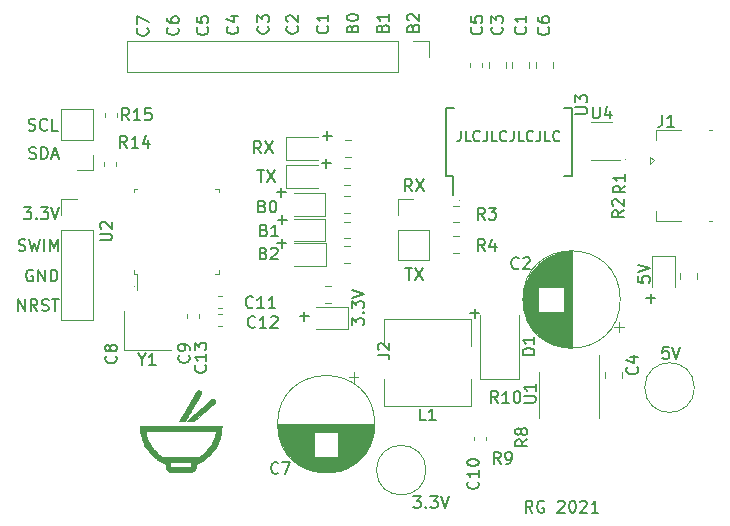
<source format=gbr>
%TF.GenerationSoftware,KiCad,Pcbnew,5.1.6*%
%TF.CreationDate,2021-04-06T07:59:24+02:00*%
%TF.ProjectId,teriyaki,74657269-7961-46b6-992e-6b696361645f,rev?*%
%TF.SameCoordinates,Original*%
%TF.FileFunction,Legend,Top*%
%TF.FilePolarity,Positive*%
%FSLAX46Y46*%
G04 Gerber Fmt 4.6, Leading zero omitted, Abs format (unit mm)*
G04 Created by KiCad (PCBNEW 5.1.6) date 2021-04-06 07:59:24*
%MOMM*%
%LPD*%
G01*
G04 APERTURE LIST*
%ADD10C,0.150000*%
%ADD11C,0.120000*%
%ADD12C,0.010000*%
G04 APERTURE END LIST*
D10*
X121018095Y-107572380D02*
X121589523Y-107572380D01*
X121303809Y-108572380D02*
X121303809Y-107572380D01*
X121827619Y-107572380D02*
X122494285Y-108572380D01*
X122494285Y-107572380D02*
X121827619Y-108572380D01*
X121593333Y-101072380D02*
X121260000Y-100596190D01*
X121021904Y-101072380D02*
X121021904Y-100072380D01*
X121402857Y-100072380D01*
X121498095Y-100120000D01*
X121545714Y-100167619D01*
X121593333Y-100262857D01*
X121593333Y-100405714D01*
X121545714Y-100500952D01*
X121498095Y-100548571D01*
X121402857Y-100596190D01*
X121021904Y-100596190D01*
X121926666Y-100072380D02*
X122593333Y-101072380D01*
X122593333Y-100072380D02*
X121926666Y-101072380D01*
D11*
X125650000Y-101830000D02*
G75*
G03*
X125650000Y-101830000I-50000J0D01*
G01*
D10*
X109069238Y-104373371D02*
X109212095Y-104420990D01*
X109259714Y-104468609D01*
X109307333Y-104563847D01*
X109307333Y-104706704D01*
X109259714Y-104801942D01*
X109212095Y-104849561D01*
X109116857Y-104897180D01*
X108735904Y-104897180D01*
X108735904Y-103897180D01*
X109069238Y-103897180D01*
X109164476Y-103944800D01*
X109212095Y-103992419D01*
X109259714Y-104087657D01*
X109259714Y-104182895D01*
X109212095Y-104278133D01*
X109164476Y-104325752D01*
X109069238Y-104373371D01*
X108735904Y-104373371D01*
X110259714Y-104897180D02*
X109688285Y-104897180D01*
X109974000Y-104897180D02*
X109974000Y-103897180D01*
X109878761Y-104040038D01*
X109783523Y-104135276D01*
X109688285Y-104182895D01*
X121678571Y-87224761D02*
X121726190Y-87081904D01*
X121773809Y-87034285D01*
X121869047Y-86986666D01*
X122011904Y-86986666D01*
X122107142Y-87034285D01*
X122154761Y-87081904D01*
X122202380Y-87177142D01*
X122202380Y-87558095D01*
X121202380Y-87558095D01*
X121202380Y-87224761D01*
X121250000Y-87129523D01*
X121297619Y-87081904D01*
X121392857Y-87034285D01*
X121488095Y-87034285D01*
X121583333Y-87081904D01*
X121630952Y-87129523D01*
X121678571Y-87224761D01*
X121678571Y-87558095D01*
X121297619Y-86605714D02*
X121250000Y-86558095D01*
X121202380Y-86462857D01*
X121202380Y-86224761D01*
X121250000Y-86129523D01*
X121297619Y-86081904D01*
X121392857Y-86034285D01*
X121488095Y-86034285D01*
X121630952Y-86081904D01*
X122202380Y-86653333D01*
X122202380Y-86034285D01*
X119088571Y-87254761D02*
X119136190Y-87111904D01*
X119183809Y-87064285D01*
X119279047Y-87016666D01*
X119421904Y-87016666D01*
X119517142Y-87064285D01*
X119564761Y-87111904D01*
X119612380Y-87207142D01*
X119612380Y-87588095D01*
X118612380Y-87588095D01*
X118612380Y-87254761D01*
X118660000Y-87159523D01*
X118707619Y-87111904D01*
X118802857Y-87064285D01*
X118898095Y-87064285D01*
X118993333Y-87111904D01*
X119040952Y-87159523D01*
X119088571Y-87254761D01*
X119088571Y-87588095D01*
X119612380Y-86064285D02*
X119612380Y-86635714D01*
X119612380Y-86350000D02*
X118612380Y-86350000D01*
X118755238Y-86445238D01*
X118850476Y-86540476D01*
X118898095Y-86635714D01*
X116538571Y-87284761D02*
X116586190Y-87141904D01*
X116633809Y-87094285D01*
X116729047Y-87046666D01*
X116871904Y-87046666D01*
X116967142Y-87094285D01*
X117014761Y-87141904D01*
X117062380Y-87237142D01*
X117062380Y-87618095D01*
X116062380Y-87618095D01*
X116062380Y-87284761D01*
X116110000Y-87189523D01*
X116157619Y-87141904D01*
X116252857Y-87094285D01*
X116348095Y-87094285D01*
X116443333Y-87141904D01*
X116490952Y-87189523D01*
X116538571Y-87284761D01*
X116538571Y-87618095D01*
X116062380Y-86427619D02*
X116062380Y-86332380D01*
X116110000Y-86237142D01*
X116157619Y-86189523D01*
X116252857Y-86141904D01*
X116443333Y-86094285D01*
X116681428Y-86094285D01*
X116871904Y-86141904D01*
X116967142Y-86189523D01*
X117014761Y-86237142D01*
X117062380Y-86332380D01*
X117062380Y-86427619D01*
X117014761Y-86522857D01*
X116967142Y-86570476D01*
X116871904Y-86618095D01*
X116681428Y-86665714D01*
X116443333Y-86665714D01*
X116252857Y-86618095D01*
X116157619Y-86570476D01*
X116110000Y-86522857D01*
X116062380Y-86427619D01*
X114417142Y-87076666D02*
X114464761Y-87124285D01*
X114512380Y-87267142D01*
X114512380Y-87362380D01*
X114464761Y-87505238D01*
X114369523Y-87600476D01*
X114274285Y-87648095D01*
X114083809Y-87695714D01*
X113940952Y-87695714D01*
X113750476Y-87648095D01*
X113655238Y-87600476D01*
X113560000Y-87505238D01*
X113512380Y-87362380D01*
X113512380Y-87267142D01*
X113560000Y-87124285D01*
X113607619Y-87076666D01*
X114512380Y-86124285D02*
X114512380Y-86695714D01*
X114512380Y-86410000D02*
X113512380Y-86410000D01*
X113655238Y-86505238D01*
X113750476Y-86600476D01*
X113798095Y-86695714D01*
X111867142Y-87106666D02*
X111914761Y-87154285D01*
X111962380Y-87297142D01*
X111962380Y-87392380D01*
X111914761Y-87535238D01*
X111819523Y-87630476D01*
X111724285Y-87678095D01*
X111533809Y-87725714D01*
X111390952Y-87725714D01*
X111200476Y-87678095D01*
X111105238Y-87630476D01*
X111010000Y-87535238D01*
X110962380Y-87392380D01*
X110962380Y-87297142D01*
X111010000Y-87154285D01*
X111057619Y-87106666D01*
X111057619Y-86725714D02*
X111010000Y-86678095D01*
X110962380Y-86582857D01*
X110962380Y-86344761D01*
X111010000Y-86249523D01*
X111057619Y-86201904D01*
X111152857Y-86154285D01*
X111248095Y-86154285D01*
X111390952Y-86201904D01*
X111962380Y-86773333D01*
X111962380Y-86154285D01*
X109377142Y-87106666D02*
X109424761Y-87154285D01*
X109472380Y-87297142D01*
X109472380Y-87392380D01*
X109424761Y-87535238D01*
X109329523Y-87630476D01*
X109234285Y-87678095D01*
X109043809Y-87725714D01*
X108900952Y-87725714D01*
X108710476Y-87678095D01*
X108615238Y-87630476D01*
X108520000Y-87535238D01*
X108472380Y-87392380D01*
X108472380Y-87297142D01*
X108520000Y-87154285D01*
X108567619Y-87106666D01*
X108472380Y-86773333D02*
X108472380Y-86154285D01*
X108853333Y-86487619D01*
X108853333Y-86344761D01*
X108900952Y-86249523D01*
X108948571Y-86201904D01*
X109043809Y-86154285D01*
X109281904Y-86154285D01*
X109377142Y-86201904D01*
X109424761Y-86249523D01*
X109472380Y-86344761D01*
X109472380Y-86630476D01*
X109424761Y-86725714D01*
X109377142Y-86773333D01*
X106797142Y-87136666D02*
X106844761Y-87184285D01*
X106892380Y-87327142D01*
X106892380Y-87422380D01*
X106844761Y-87565238D01*
X106749523Y-87660476D01*
X106654285Y-87708095D01*
X106463809Y-87755714D01*
X106320952Y-87755714D01*
X106130476Y-87708095D01*
X106035238Y-87660476D01*
X105940000Y-87565238D01*
X105892380Y-87422380D01*
X105892380Y-87327142D01*
X105940000Y-87184285D01*
X105987619Y-87136666D01*
X106225714Y-86279523D02*
X106892380Y-86279523D01*
X105844761Y-86517619D02*
X106559047Y-86755714D01*
X106559047Y-86136666D01*
X104267142Y-87196666D02*
X104314761Y-87244285D01*
X104362380Y-87387142D01*
X104362380Y-87482380D01*
X104314761Y-87625238D01*
X104219523Y-87720476D01*
X104124285Y-87768095D01*
X103933809Y-87815714D01*
X103790952Y-87815714D01*
X103600476Y-87768095D01*
X103505238Y-87720476D01*
X103410000Y-87625238D01*
X103362380Y-87482380D01*
X103362380Y-87387142D01*
X103410000Y-87244285D01*
X103457619Y-87196666D01*
X103362380Y-86291904D02*
X103362380Y-86768095D01*
X103838571Y-86815714D01*
X103790952Y-86768095D01*
X103743333Y-86672857D01*
X103743333Y-86434761D01*
X103790952Y-86339523D01*
X103838571Y-86291904D01*
X103933809Y-86244285D01*
X104171904Y-86244285D01*
X104267142Y-86291904D01*
X104314761Y-86339523D01*
X104362380Y-86434761D01*
X104362380Y-86672857D01*
X104314761Y-86768095D01*
X104267142Y-86815714D01*
X101747142Y-87226666D02*
X101794761Y-87274285D01*
X101842380Y-87417142D01*
X101842380Y-87512380D01*
X101794761Y-87655238D01*
X101699523Y-87750476D01*
X101604285Y-87798095D01*
X101413809Y-87845714D01*
X101270952Y-87845714D01*
X101080476Y-87798095D01*
X100985238Y-87750476D01*
X100890000Y-87655238D01*
X100842380Y-87512380D01*
X100842380Y-87417142D01*
X100890000Y-87274285D01*
X100937619Y-87226666D01*
X100842380Y-86369523D02*
X100842380Y-86560000D01*
X100890000Y-86655238D01*
X100937619Y-86702857D01*
X101080476Y-86798095D01*
X101270952Y-86845714D01*
X101651904Y-86845714D01*
X101747142Y-86798095D01*
X101794761Y-86750476D01*
X101842380Y-86655238D01*
X101842380Y-86464761D01*
X101794761Y-86369523D01*
X101747142Y-86321904D01*
X101651904Y-86274285D01*
X101413809Y-86274285D01*
X101318571Y-86321904D01*
X101270952Y-86369523D01*
X101223333Y-86464761D01*
X101223333Y-86655238D01*
X101270952Y-86750476D01*
X101318571Y-86798095D01*
X101413809Y-86845714D01*
X99197142Y-87276666D02*
X99244761Y-87324285D01*
X99292380Y-87467142D01*
X99292380Y-87562380D01*
X99244761Y-87705238D01*
X99149523Y-87800476D01*
X99054285Y-87848095D01*
X98863809Y-87895714D01*
X98720952Y-87895714D01*
X98530476Y-87848095D01*
X98435238Y-87800476D01*
X98340000Y-87705238D01*
X98292380Y-87562380D01*
X98292380Y-87467142D01*
X98340000Y-87324285D01*
X98387619Y-87276666D01*
X98292380Y-86943333D02*
X98292380Y-86276666D01*
X99292380Y-86705238D01*
X131793809Y-128282380D02*
X131460476Y-127806190D01*
X131222380Y-128282380D02*
X131222380Y-127282380D01*
X131603333Y-127282380D01*
X131698571Y-127330000D01*
X131746190Y-127377619D01*
X131793809Y-127472857D01*
X131793809Y-127615714D01*
X131746190Y-127710952D01*
X131698571Y-127758571D01*
X131603333Y-127806190D01*
X131222380Y-127806190D01*
X132746190Y-127330000D02*
X132650952Y-127282380D01*
X132508095Y-127282380D01*
X132365238Y-127330000D01*
X132270000Y-127425238D01*
X132222380Y-127520476D01*
X132174761Y-127710952D01*
X132174761Y-127853809D01*
X132222380Y-128044285D01*
X132270000Y-128139523D01*
X132365238Y-128234761D01*
X132508095Y-128282380D01*
X132603333Y-128282380D01*
X132746190Y-128234761D01*
X132793809Y-128187142D01*
X132793809Y-127853809D01*
X132603333Y-127853809D01*
X133936666Y-127377619D02*
X133984285Y-127330000D01*
X134079523Y-127282380D01*
X134317619Y-127282380D01*
X134412857Y-127330000D01*
X134460476Y-127377619D01*
X134508095Y-127472857D01*
X134508095Y-127568095D01*
X134460476Y-127710952D01*
X133889047Y-128282380D01*
X134508095Y-128282380D01*
X135127142Y-127282380D02*
X135222380Y-127282380D01*
X135317619Y-127330000D01*
X135365238Y-127377619D01*
X135412857Y-127472857D01*
X135460476Y-127663333D01*
X135460476Y-127901428D01*
X135412857Y-128091904D01*
X135365238Y-128187142D01*
X135317619Y-128234761D01*
X135222380Y-128282380D01*
X135127142Y-128282380D01*
X135031904Y-128234761D01*
X134984285Y-128187142D01*
X134936666Y-128091904D01*
X134889047Y-127901428D01*
X134889047Y-127663333D01*
X134936666Y-127472857D01*
X134984285Y-127377619D01*
X135031904Y-127330000D01*
X135127142Y-127282380D01*
X135841428Y-127377619D02*
X135889047Y-127330000D01*
X135984285Y-127282380D01*
X136222380Y-127282380D01*
X136317619Y-127330000D01*
X136365238Y-127377619D01*
X136412857Y-127472857D01*
X136412857Y-127568095D01*
X136365238Y-127710952D01*
X135793809Y-128282380D01*
X136412857Y-128282380D01*
X137365238Y-128282380D02*
X136793809Y-128282380D01*
X137079523Y-128282380D02*
X137079523Y-127282380D01*
X136984285Y-127425238D01*
X136889047Y-127520476D01*
X136793809Y-127568095D01*
X109018438Y-106329171D02*
X109161295Y-106376790D01*
X109208914Y-106424409D01*
X109256533Y-106519647D01*
X109256533Y-106662504D01*
X109208914Y-106757742D01*
X109161295Y-106805361D01*
X109066057Y-106852980D01*
X108685104Y-106852980D01*
X108685104Y-105852980D01*
X109018438Y-105852980D01*
X109113676Y-105900600D01*
X109161295Y-105948219D01*
X109208914Y-106043457D01*
X109208914Y-106138695D01*
X109161295Y-106233933D01*
X109113676Y-106281552D01*
X109018438Y-106329171D01*
X108685104Y-106329171D01*
X109637485Y-105948219D02*
X109685104Y-105900600D01*
X109780342Y-105852980D01*
X110018438Y-105852980D01*
X110113676Y-105900600D01*
X110161295Y-105948219D01*
X110208914Y-106043457D01*
X110208914Y-106138695D01*
X110161295Y-106281552D01*
X109589866Y-106852980D01*
X110208914Y-106852980D01*
X108916838Y-102341371D02*
X109059695Y-102388990D01*
X109107314Y-102436609D01*
X109154933Y-102531847D01*
X109154933Y-102674704D01*
X109107314Y-102769942D01*
X109059695Y-102817561D01*
X108964457Y-102865180D01*
X108583504Y-102865180D01*
X108583504Y-101865180D01*
X108916838Y-101865180D01*
X109012076Y-101912800D01*
X109059695Y-101960419D01*
X109107314Y-102055657D01*
X109107314Y-102150895D01*
X109059695Y-102246133D01*
X109012076Y-102293752D01*
X108916838Y-102341371D01*
X108583504Y-102341371D01*
X109773980Y-101865180D02*
X109869219Y-101865180D01*
X109964457Y-101912800D01*
X110012076Y-101960419D01*
X110059695Y-102055657D01*
X110107314Y-102246133D01*
X110107314Y-102484228D01*
X110059695Y-102674704D01*
X110012076Y-102769942D01*
X109964457Y-102817561D01*
X109869219Y-102865180D01*
X109773980Y-102865180D01*
X109678742Y-102817561D01*
X109631123Y-102769942D01*
X109583504Y-102674704D01*
X109535885Y-102484228D01*
X109535885Y-102246133D01*
X109583504Y-102055657D01*
X109631123Y-101960419D01*
X109678742Y-101912800D01*
X109773980Y-101865180D01*
D11*
X139650000Y-98400000D02*
G75*
G03*
X139650000Y-98400000I-50000J0D01*
G01*
D10*
X125717571Y-95971928D02*
X125717571Y-96595500D01*
X125676000Y-96720214D01*
X125592857Y-96803357D01*
X125468142Y-96844928D01*
X125385000Y-96844928D01*
X126549000Y-96844928D02*
X126133285Y-96844928D01*
X126133285Y-95971928D01*
X127338857Y-96761785D02*
X127297285Y-96803357D01*
X127172571Y-96844928D01*
X127089428Y-96844928D01*
X126964714Y-96803357D01*
X126881571Y-96720214D01*
X126840000Y-96637071D01*
X126798428Y-96470785D01*
X126798428Y-96346071D01*
X126840000Y-96179785D01*
X126881571Y-96096642D01*
X126964714Y-96013500D01*
X127089428Y-95971928D01*
X127172571Y-95971928D01*
X127297285Y-96013500D01*
X127338857Y-96055071D01*
X127962428Y-95971928D02*
X127962428Y-96595500D01*
X127920857Y-96720214D01*
X127837714Y-96803357D01*
X127713000Y-96844928D01*
X127629857Y-96844928D01*
X128793857Y-96844928D02*
X128378142Y-96844928D01*
X128378142Y-95971928D01*
X129583714Y-96761785D02*
X129542142Y-96803357D01*
X129417428Y-96844928D01*
X129334285Y-96844928D01*
X129209571Y-96803357D01*
X129126428Y-96720214D01*
X129084857Y-96637071D01*
X129043285Y-96470785D01*
X129043285Y-96346071D01*
X129084857Y-96179785D01*
X129126428Y-96096642D01*
X129209571Y-96013500D01*
X129334285Y-95971928D01*
X129417428Y-95971928D01*
X129542142Y-96013500D01*
X129583714Y-96055071D01*
X130207285Y-95971928D02*
X130207285Y-96595500D01*
X130165714Y-96720214D01*
X130082571Y-96803357D01*
X129957857Y-96844928D01*
X129874714Y-96844928D01*
X131038714Y-96844928D02*
X130623000Y-96844928D01*
X130623000Y-95971928D01*
X131828571Y-96761785D02*
X131787000Y-96803357D01*
X131662285Y-96844928D01*
X131579142Y-96844928D01*
X131454428Y-96803357D01*
X131371285Y-96720214D01*
X131329714Y-96637071D01*
X131288142Y-96470785D01*
X131288142Y-96346071D01*
X131329714Y-96179785D01*
X131371285Y-96096642D01*
X131454428Y-96013500D01*
X131579142Y-95971928D01*
X131662285Y-95971928D01*
X131787000Y-96013500D01*
X131828571Y-96055071D01*
X132452142Y-95971928D02*
X132452142Y-96595500D01*
X132410571Y-96720214D01*
X132327428Y-96803357D01*
X132202714Y-96844928D01*
X132119571Y-96844928D01*
X133283571Y-96844928D02*
X132867857Y-96844928D01*
X132867857Y-95971928D01*
X134073428Y-96761785D02*
X134031857Y-96803357D01*
X133907142Y-96844928D01*
X133824000Y-96844928D01*
X133699285Y-96803357D01*
X133616142Y-96720214D01*
X133574571Y-96637071D01*
X133533000Y-96470785D01*
X133533000Y-96346071D01*
X133574571Y-96179785D01*
X133616142Y-96096642D01*
X133699285Y-96013500D01*
X133824000Y-95971928D01*
X133907142Y-95971928D01*
X134031857Y-96013500D01*
X134073428Y-96055071D01*
D11*
X98120000Y-109110000D02*
G75*
G03*
X98120000Y-109110000I-50000J0D01*
G01*
X136900000Y-114500000D02*
G75*
G03*
X136900000Y-114500000I-50000J0D01*
G01*
D10*
X89195714Y-98284761D02*
X89338571Y-98332380D01*
X89576666Y-98332380D01*
X89671904Y-98284761D01*
X89719523Y-98237142D01*
X89767142Y-98141904D01*
X89767142Y-98046666D01*
X89719523Y-97951428D01*
X89671904Y-97903809D01*
X89576666Y-97856190D01*
X89386190Y-97808571D01*
X89290952Y-97760952D01*
X89243333Y-97713333D01*
X89195714Y-97618095D01*
X89195714Y-97522857D01*
X89243333Y-97427619D01*
X89290952Y-97380000D01*
X89386190Y-97332380D01*
X89624285Y-97332380D01*
X89767142Y-97380000D01*
X90195714Y-98332380D02*
X90195714Y-97332380D01*
X90433809Y-97332380D01*
X90576666Y-97380000D01*
X90671904Y-97475238D01*
X90719523Y-97570476D01*
X90767142Y-97760952D01*
X90767142Y-97903809D01*
X90719523Y-98094285D01*
X90671904Y-98189523D01*
X90576666Y-98284761D01*
X90433809Y-98332380D01*
X90195714Y-98332380D01*
X91148095Y-98046666D02*
X91624285Y-98046666D01*
X91052857Y-98332380D02*
X91386190Y-97332380D01*
X91719523Y-98332380D01*
X89129523Y-95884761D02*
X89272380Y-95932380D01*
X89510476Y-95932380D01*
X89605714Y-95884761D01*
X89653333Y-95837142D01*
X89700952Y-95741904D01*
X89700952Y-95646666D01*
X89653333Y-95551428D01*
X89605714Y-95503809D01*
X89510476Y-95456190D01*
X89320000Y-95408571D01*
X89224761Y-95360952D01*
X89177142Y-95313333D01*
X89129523Y-95218095D01*
X89129523Y-95122857D01*
X89177142Y-95027619D01*
X89224761Y-94980000D01*
X89320000Y-94932380D01*
X89558095Y-94932380D01*
X89700952Y-94980000D01*
X90700952Y-95837142D02*
X90653333Y-95884761D01*
X90510476Y-95932380D01*
X90415238Y-95932380D01*
X90272380Y-95884761D01*
X90177142Y-95789523D01*
X90129523Y-95694285D01*
X90081904Y-95503809D01*
X90081904Y-95360952D01*
X90129523Y-95170476D01*
X90177142Y-95075238D01*
X90272380Y-94980000D01*
X90415238Y-94932380D01*
X90510476Y-94932380D01*
X90653333Y-94980000D01*
X90700952Y-95027619D01*
X91605714Y-95932380D02*
X91129523Y-95932380D01*
X91129523Y-94932380D01*
X88257142Y-111212380D02*
X88257142Y-110212380D01*
X88828571Y-111212380D01*
X88828571Y-110212380D01*
X89876190Y-111212380D02*
X89542857Y-110736190D01*
X89304761Y-111212380D02*
X89304761Y-110212380D01*
X89685714Y-110212380D01*
X89780952Y-110260000D01*
X89828571Y-110307619D01*
X89876190Y-110402857D01*
X89876190Y-110545714D01*
X89828571Y-110640952D01*
X89780952Y-110688571D01*
X89685714Y-110736190D01*
X89304761Y-110736190D01*
X90257142Y-111164761D02*
X90400000Y-111212380D01*
X90638095Y-111212380D01*
X90733333Y-111164761D01*
X90780952Y-111117142D01*
X90828571Y-111021904D01*
X90828571Y-110926666D01*
X90780952Y-110831428D01*
X90733333Y-110783809D01*
X90638095Y-110736190D01*
X90447619Y-110688571D01*
X90352380Y-110640952D01*
X90304761Y-110593333D01*
X90257142Y-110498095D01*
X90257142Y-110402857D01*
X90304761Y-110307619D01*
X90352380Y-110260000D01*
X90447619Y-110212380D01*
X90685714Y-110212380D01*
X90828571Y-110260000D01*
X91114285Y-110212380D02*
X91685714Y-110212380D01*
X91400000Y-111212380D02*
X91400000Y-110212380D01*
X89478095Y-107750000D02*
X89382857Y-107702380D01*
X89240000Y-107702380D01*
X89097142Y-107750000D01*
X89001904Y-107845238D01*
X88954285Y-107940476D01*
X88906666Y-108130952D01*
X88906666Y-108273809D01*
X88954285Y-108464285D01*
X89001904Y-108559523D01*
X89097142Y-108654761D01*
X89240000Y-108702380D01*
X89335238Y-108702380D01*
X89478095Y-108654761D01*
X89525714Y-108607142D01*
X89525714Y-108273809D01*
X89335238Y-108273809D01*
X89954285Y-108702380D02*
X89954285Y-107702380D01*
X90525714Y-108702380D01*
X90525714Y-107702380D01*
X91001904Y-108702380D02*
X91001904Y-107702380D01*
X91240000Y-107702380D01*
X91382857Y-107750000D01*
X91478095Y-107845238D01*
X91525714Y-107940476D01*
X91573333Y-108130952D01*
X91573333Y-108273809D01*
X91525714Y-108464285D01*
X91478095Y-108559523D01*
X91382857Y-108654761D01*
X91240000Y-108702380D01*
X91001904Y-108702380D01*
X88293333Y-106084761D02*
X88436190Y-106132380D01*
X88674285Y-106132380D01*
X88769523Y-106084761D01*
X88817142Y-106037142D01*
X88864761Y-105941904D01*
X88864761Y-105846666D01*
X88817142Y-105751428D01*
X88769523Y-105703809D01*
X88674285Y-105656190D01*
X88483809Y-105608571D01*
X88388571Y-105560952D01*
X88340952Y-105513333D01*
X88293333Y-105418095D01*
X88293333Y-105322857D01*
X88340952Y-105227619D01*
X88388571Y-105180000D01*
X88483809Y-105132380D01*
X88721904Y-105132380D01*
X88864761Y-105180000D01*
X89198095Y-105132380D02*
X89436190Y-106132380D01*
X89626666Y-105418095D01*
X89817142Y-106132380D01*
X90055238Y-105132380D01*
X90436190Y-106132380D02*
X90436190Y-105132380D01*
X90912380Y-106132380D02*
X90912380Y-105132380D01*
X91245714Y-105846666D01*
X91579047Y-105132380D01*
X91579047Y-106132380D01*
X88733809Y-102442380D02*
X89352857Y-102442380D01*
X89019523Y-102823333D01*
X89162380Y-102823333D01*
X89257619Y-102870952D01*
X89305238Y-102918571D01*
X89352857Y-103013809D01*
X89352857Y-103251904D01*
X89305238Y-103347142D01*
X89257619Y-103394761D01*
X89162380Y-103442380D01*
X88876666Y-103442380D01*
X88781428Y-103394761D01*
X88733809Y-103347142D01*
X89781428Y-103347142D02*
X89829047Y-103394761D01*
X89781428Y-103442380D01*
X89733809Y-103394761D01*
X89781428Y-103347142D01*
X89781428Y-103442380D01*
X90162380Y-102442380D02*
X90781428Y-102442380D01*
X90448095Y-102823333D01*
X90590952Y-102823333D01*
X90686190Y-102870952D01*
X90733809Y-102918571D01*
X90781428Y-103013809D01*
X90781428Y-103251904D01*
X90733809Y-103347142D01*
X90686190Y-103394761D01*
X90590952Y-103442380D01*
X90305238Y-103442380D01*
X90210000Y-103394761D01*
X90162380Y-103347142D01*
X91067142Y-102442380D02*
X91400476Y-103442380D01*
X91733809Y-102442380D01*
X141419047Y-110151428D02*
X142180952Y-110151428D01*
X141800000Y-110532380D02*
X141800000Y-109770476D01*
X112834152Y-111674571D02*
X112072247Y-111674571D01*
X112453200Y-111293619D02*
X112453200Y-112055523D01*
X114019047Y-96371428D02*
X114780952Y-96371428D01*
X114400000Y-96752380D02*
X114400000Y-95990476D01*
X113969047Y-98721428D02*
X114730952Y-98721428D01*
X114350000Y-99102380D02*
X114350000Y-98340476D01*
X126529047Y-111401428D02*
X127290952Y-111401428D01*
X126910000Y-111782380D02*
X126910000Y-111020476D01*
X110571428Y-105870952D02*
X110571428Y-105109047D01*
X110952380Y-105490000D02*
X110190476Y-105490000D01*
X110611428Y-103870952D02*
X110611428Y-103109047D01*
X110992380Y-103490000D02*
X110230476Y-103490000D01*
X110541428Y-101530952D02*
X110541428Y-100769047D01*
X110922380Y-101150000D02*
X110160476Y-101150000D01*
X108483495Y-99299780D02*
X109054923Y-99299780D01*
X108769209Y-100299780D02*
X108769209Y-99299780D01*
X109293019Y-99299780D02*
X109959685Y-100299780D01*
X109959685Y-99299780D02*
X109293019Y-100299780D01*
X108799333Y-97861380D02*
X108466000Y-97385190D01*
X108227904Y-97861380D02*
X108227904Y-96861380D01*
X108608857Y-96861380D01*
X108704095Y-96909000D01*
X108751714Y-96956619D01*
X108799333Y-97051857D01*
X108799333Y-97194714D01*
X108751714Y-97289952D01*
X108704095Y-97337571D01*
X108608857Y-97385190D01*
X108227904Y-97385190D01*
X109132666Y-96861380D02*
X109799333Y-97861380D01*
X109799333Y-96861380D02*
X109132666Y-97861380D01*
X140712380Y-108280476D02*
X140712380Y-108756666D01*
X141188571Y-108804285D01*
X141140952Y-108756666D01*
X141093333Y-108661428D01*
X141093333Y-108423333D01*
X141140952Y-108328095D01*
X141188571Y-108280476D01*
X141283809Y-108232857D01*
X141521904Y-108232857D01*
X141617142Y-108280476D01*
X141664761Y-108328095D01*
X141712380Y-108423333D01*
X141712380Y-108661428D01*
X141664761Y-108756666D01*
X141617142Y-108804285D01*
X140712380Y-107947142D02*
X141712380Y-107613809D01*
X140712380Y-107280476D01*
X143309523Y-114252380D02*
X142833333Y-114252380D01*
X142785714Y-114728571D01*
X142833333Y-114680952D01*
X142928571Y-114633333D01*
X143166666Y-114633333D01*
X143261904Y-114680952D01*
X143309523Y-114728571D01*
X143357142Y-114823809D01*
X143357142Y-115061904D01*
X143309523Y-115157142D01*
X143261904Y-115204761D01*
X143166666Y-115252380D01*
X142928571Y-115252380D01*
X142833333Y-115204761D01*
X142785714Y-115157142D01*
X143642857Y-114252380D02*
X143976190Y-115252380D01*
X144309523Y-114252380D01*
X121713809Y-126882380D02*
X122332857Y-126882380D01*
X121999523Y-127263333D01*
X122142380Y-127263333D01*
X122237619Y-127310952D01*
X122285238Y-127358571D01*
X122332857Y-127453809D01*
X122332857Y-127691904D01*
X122285238Y-127787142D01*
X122237619Y-127834761D01*
X122142380Y-127882380D01*
X121856666Y-127882380D01*
X121761428Y-127834761D01*
X121713809Y-127787142D01*
X122761428Y-127787142D02*
X122809047Y-127834761D01*
X122761428Y-127882380D01*
X122713809Y-127834761D01*
X122761428Y-127787142D01*
X122761428Y-127882380D01*
X123142380Y-126882380D02*
X123761428Y-126882380D01*
X123428095Y-127263333D01*
X123570952Y-127263333D01*
X123666190Y-127310952D01*
X123713809Y-127358571D01*
X123761428Y-127453809D01*
X123761428Y-127691904D01*
X123713809Y-127787142D01*
X123666190Y-127834761D01*
X123570952Y-127882380D01*
X123285238Y-127882380D01*
X123190000Y-127834761D01*
X123142380Y-127787142D01*
X124047142Y-126882380D02*
X124380476Y-127882380D01*
X124713809Y-126882380D01*
X116505580Y-112422190D02*
X116505580Y-111803142D01*
X116886533Y-112136476D01*
X116886533Y-111993619D01*
X116934152Y-111898380D01*
X116981771Y-111850761D01*
X117077009Y-111803142D01*
X117315104Y-111803142D01*
X117410342Y-111850761D01*
X117457961Y-111898380D01*
X117505580Y-111993619D01*
X117505580Y-112279333D01*
X117457961Y-112374571D01*
X117410342Y-112422190D01*
X117410342Y-111374571D02*
X117457961Y-111326952D01*
X117505580Y-111374571D01*
X117457961Y-111422190D01*
X117410342Y-111374571D01*
X117505580Y-111374571D01*
X116505580Y-110993619D02*
X116505580Y-110374571D01*
X116886533Y-110707904D01*
X116886533Y-110565047D01*
X116934152Y-110469809D01*
X116981771Y-110422190D01*
X117077009Y-110374571D01*
X117315104Y-110374571D01*
X117410342Y-110422190D01*
X117457961Y-110469809D01*
X117505580Y-110565047D01*
X117505580Y-110850761D01*
X117457961Y-110946000D01*
X117410342Y-110993619D01*
X116505580Y-110088857D02*
X117505580Y-109755523D01*
X116505580Y-109422190D01*
D11*
%TO.C,R15*%
X96640000Y-94479721D02*
X96640000Y-94805279D01*
X95620000Y-94479721D02*
X95620000Y-94805279D01*
%TO.C,R14*%
X95524000Y-98904279D02*
X95524000Y-98578721D01*
X96544000Y-98904279D02*
X96544000Y-98578721D01*
%TO.C,U2*%
X98315000Y-108080000D02*
X98315000Y-109395000D01*
X98015000Y-108080000D02*
X98315000Y-108080000D01*
X98015000Y-107780000D02*
X98015000Y-108080000D01*
X98015000Y-100860000D02*
X98315000Y-100860000D01*
X98015000Y-101160000D02*
X98015000Y-100860000D01*
X105235000Y-108080000D02*
X104935000Y-108080000D01*
X105235000Y-107780000D02*
X105235000Y-108080000D01*
X105235000Y-100860000D02*
X104935000Y-100860000D01*
X105235000Y-101160000D02*
X105235000Y-100860000D01*
%TO.C,C13*%
X102580000Y-111484721D02*
X102580000Y-111810279D01*
X103600000Y-111484721D02*
X103600000Y-111810279D01*
D12*
%TO.C,G\u002A\u002A\u002A*%
G36*
X105467109Y-120974358D02*
G01*
X105466793Y-120988055D01*
X105465893Y-121008858D01*
X105464496Y-121035432D01*
X105462690Y-121066443D01*
X105460564Y-121100558D01*
X105458205Y-121136441D01*
X105455702Y-121172759D01*
X105453143Y-121208178D01*
X105450615Y-121241363D01*
X105448207Y-121270980D01*
X105446007Y-121295694D01*
X105445664Y-121299267D01*
X105425033Y-121468496D01*
X105396261Y-121635448D01*
X105359388Y-121800022D01*
X105314455Y-121962122D01*
X105261501Y-122121649D01*
X105200568Y-122278506D01*
X105131695Y-122432593D01*
X105054922Y-122583814D01*
X104970290Y-122732069D01*
X104877839Y-122877261D01*
X104777609Y-123019292D01*
X104697735Y-123123205D01*
X104591033Y-123250502D01*
X104478437Y-123371824D01*
X104359874Y-123487231D01*
X104235272Y-123596784D01*
X104104558Y-123700544D01*
X103967662Y-123798573D01*
X103824509Y-123890932D01*
X103712383Y-123956862D01*
X103693552Y-123967265D01*
X103668515Y-123980745D01*
X103638634Y-123996588D01*
X103605272Y-124014077D01*
X103569793Y-124032499D01*
X103533560Y-124051138D01*
X103502833Y-124066797D01*
X103459374Y-124088857D01*
X103422825Y-124107464D01*
X103392533Y-124122975D01*
X103367844Y-124135745D01*
X103348107Y-124146129D01*
X103332669Y-124154483D01*
X103320876Y-124161161D01*
X103312075Y-124166519D01*
X103305615Y-124170913D01*
X103300843Y-124174698D01*
X103297105Y-124178228D01*
X103296004Y-124179380D01*
X103291595Y-124184391D01*
X103288932Y-124189279D01*
X103287854Y-124195905D01*
X103288199Y-124206131D01*
X103289806Y-124221818D01*
X103291260Y-124234204D01*
X103293537Y-124261670D01*
X103294727Y-124295309D01*
X103294772Y-124332891D01*
X103294361Y-124351981D01*
X103293051Y-124385458D01*
X103290918Y-124412753D01*
X103287411Y-124436147D01*
X103281979Y-124457922D01*
X103274071Y-124480357D01*
X103263135Y-124505734D01*
X103251002Y-124531416D01*
X103229137Y-124573747D01*
X103206981Y-124610093D01*
X103182877Y-124642825D01*
X103155172Y-124674315D01*
X103141414Y-124688387D01*
X103117560Y-124711139D01*
X103094299Y-124730963D01*
X103070018Y-124748946D01*
X103043102Y-124766172D01*
X103011939Y-124783725D01*
X102974914Y-124802690D01*
X102961922Y-124809061D01*
X102893027Y-124842566D01*
X102007305Y-124842362D01*
X101121583Y-124842157D01*
X101047500Y-124805225D01*
X101001623Y-124781412D01*
X100962632Y-124758966D01*
X100929257Y-124736980D01*
X100900229Y-124714549D01*
X100874277Y-124690766D01*
X100850131Y-124664725D01*
X100849415Y-124663893D01*
X100824751Y-124632021D01*
X100799782Y-124594039D01*
X100775777Y-124552155D01*
X100754001Y-124508580D01*
X100735828Y-124465800D01*
X100723650Y-124434050D01*
X100723650Y-124184283D01*
X100694017Y-124164263D01*
X100682223Y-124156948D01*
X100664199Y-124146609D01*
X100641298Y-124133984D01*
X100614877Y-124119808D01*
X100586290Y-124104819D01*
X100558550Y-124090593D01*
X100479402Y-124050119D01*
X100407262Y-124012453D01*
X100352666Y-123983200D01*
X101144867Y-123983200D01*
X101144867Y-124419233D01*
X102872067Y-124419233D01*
X102872067Y-123983200D01*
X101144867Y-123983200D01*
X100352666Y-123983200D01*
X100341331Y-123977127D01*
X100280811Y-123943672D01*
X100224902Y-123911620D01*
X100172806Y-123880501D01*
X100123724Y-123849847D01*
X100076857Y-123819189D01*
X100031406Y-123788060D01*
X99986573Y-123755989D01*
X99979799Y-123751029D01*
X99897276Y-123688857D01*
X99819872Y-123627118D01*
X99745513Y-123564032D01*
X99672128Y-123497815D01*
X99597644Y-123426688D01*
X99565545Y-123394932D01*
X99520171Y-123349145D01*
X99479693Y-123307195D01*
X99442590Y-123267397D01*
X99407343Y-123228062D01*
X99372433Y-123187504D01*
X99336338Y-123144035D01*
X99307984Y-123109017D01*
X99205247Y-122974297D01*
X99109635Y-122835099D01*
X99021247Y-122691669D01*
X98940181Y-122544251D01*
X98866537Y-122393093D01*
X98800413Y-122238440D01*
X98741908Y-122080538D01*
X98691122Y-121919632D01*
X98648153Y-121755969D01*
X98613100Y-121589796D01*
X98586079Y-121421451D01*
X99027910Y-121421451D01*
X99028191Y-121435784D01*
X99030466Y-121456632D01*
X99034550Y-121483186D01*
X99040259Y-121514639D01*
X99047411Y-121550183D01*
X99055820Y-121589009D01*
X99065303Y-121630309D01*
X99075676Y-121673275D01*
X99086756Y-121717100D01*
X99098358Y-121760974D01*
X99110299Y-121804091D01*
X99122395Y-121845641D01*
X99134462Y-121884817D01*
X99142284Y-121908867D01*
X99195471Y-122055187D01*
X99256494Y-122198612D01*
X99325122Y-122338826D01*
X99401128Y-122475513D01*
X99484282Y-122608358D01*
X99574355Y-122737045D01*
X99671117Y-122861259D01*
X99774342Y-122980686D01*
X99883798Y-123095008D01*
X99999257Y-123203911D01*
X100120491Y-123307079D01*
X100205012Y-123372970D01*
X100227534Y-123389557D01*
X100255222Y-123409390D01*
X100286136Y-123431114D01*
X100318335Y-123453371D01*
X100349879Y-123474805D01*
X100367888Y-123486842D01*
X100465203Y-123551400D01*
X103552246Y-123551400D01*
X103647131Y-123487212D01*
X103728951Y-123430764D01*
X103804203Y-123376448D01*
X103874171Y-123323219D01*
X103940137Y-123270035D01*
X104003385Y-123215853D01*
X104065196Y-123159631D01*
X104126853Y-123100327D01*
X104143929Y-123083362D01*
X104252396Y-122969152D01*
X104354561Y-122849866D01*
X104450207Y-122725883D01*
X104539116Y-122597580D01*
X104621072Y-122465334D01*
X104695859Y-122329525D01*
X104763259Y-122190529D01*
X104823056Y-122048724D01*
X104875033Y-121904488D01*
X104918974Y-121758199D01*
X104931306Y-121710999D01*
X104942027Y-121667389D01*
X104952259Y-121623772D01*
X104961798Y-121581171D01*
X104970439Y-121540609D01*
X104977975Y-121503110D01*
X104984201Y-121469697D01*
X104988912Y-121441393D01*
X104991902Y-121419220D01*
X104992965Y-121404202D01*
X104992966Y-121404042D01*
X104992967Y-121392400D01*
X102633942Y-121392669D01*
X102399673Y-121392709D01*
X102173823Y-121392772D01*
X101956347Y-121392861D01*
X101747196Y-121392974D01*
X101546325Y-121393113D01*
X101353685Y-121393276D01*
X101169231Y-121393465D01*
X100992915Y-121393679D01*
X100824690Y-121393919D01*
X100664510Y-121394184D01*
X100512327Y-121394475D01*
X100368095Y-121394793D01*
X100231767Y-121395137D01*
X100103295Y-121395507D01*
X99982634Y-121395903D01*
X99869735Y-121396327D01*
X99764553Y-121396777D01*
X99667039Y-121397254D01*
X99577148Y-121397759D01*
X99494832Y-121398290D01*
X99420045Y-121398850D01*
X99352739Y-121399437D01*
X99292868Y-121400052D01*
X99240385Y-121400694D01*
X99195242Y-121401365D01*
X99157393Y-121402065D01*
X99126792Y-121402792D01*
X99103390Y-121403549D01*
X99087142Y-121404334D01*
X99081452Y-121404758D01*
X99060624Y-121407104D01*
X99043905Y-121409871D01*
X99032956Y-121412749D01*
X99029806Y-121414440D01*
X99027910Y-121421451D01*
X98586079Y-121421451D01*
X98586063Y-121421356D01*
X98569005Y-121271750D01*
X98567426Y-121253232D01*
X98565561Y-121229025D01*
X98563495Y-121200464D01*
X98561315Y-121168886D01*
X98559103Y-121135627D01*
X98556945Y-121102022D01*
X98554927Y-121069407D01*
X98553133Y-121039119D01*
X98551647Y-121012492D01*
X98550555Y-120990863D01*
X98549942Y-120975568D01*
X98549839Y-120970125D01*
X98549833Y-120960600D01*
X105467100Y-120960600D01*
X105467109Y-120974358D01*
G37*
X105467109Y-120974358D02*
X105466793Y-120988055D01*
X105465893Y-121008858D01*
X105464496Y-121035432D01*
X105462690Y-121066443D01*
X105460564Y-121100558D01*
X105458205Y-121136441D01*
X105455702Y-121172759D01*
X105453143Y-121208178D01*
X105450615Y-121241363D01*
X105448207Y-121270980D01*
X105446007Y-121295694D01*
X105445664Y-121299267D01*
X105425033Y-121468496D01*
X105396261Y-121635448D01*
X105359388Y-121800022D01*
X105314455Y-121962122D01*
X105261501Y-122121649D01*
X105200568Y-122278506D01*
X105131695Y-122432593D01*
X105054922Y-122583814D01*
X104970290Y-122732069D01*
X104877839Y-122877261D01*
X104777609Y-123019292D01*
X104697735Y-123123205D01*
X104591033Y-123250502D01*
X104478437Y-123371824D01*
X104359874Y-123487231D01*
X104235272Y-123596784D01*
X104104558Y-123700544D01*
X103967662Y-123798573D01*
X103824509Y-123890932D01*
X103712383Y-123956862D01*
X103693552Y-123967265D01*
X103668515Y-123980745D01*
X103638634Y-123996588D01*
X103605272Y-124014077D01*
X103569793Y-124032499D01*
X103533560Y-124051138D01*
X103502833Y-124066797D01*
X103459374Y-124088857D01*
X103422825Y-124107464D01*
X103392533Y-124122975D01*
X103367844Y-124135745D01*
X103348107Y-124146129D01*
X103332669Y-124154483D01*
X103320876Y-124161161D01*
X103312075Y-124166519D01*
X103305615Y-124170913D01*
X103300843Y-124174698D01*
X103297105Y-124178228D01*
X103296004Y-124179380D01*
X103291595Y-124184391D01*
X103288932Y-124189279D01*
X103287854Y-124195905D01*
X103288199Y-124206131D01*
X103289806Y-124221818D01*
X103291260Y-124234204D01*
X103293537Y-124261670D01*
X103294727Y-124295309D01*
X103294772Y-124332891D01*
X103294361Y-124351981D01*
X103293051Y-124385458D01*
X103290918Y-124412753D01*
X103287411Y-124436147D01*
X103281979Y-124457922D01*
X103274071Y-124480357D01*
X103263135Y-124505734D01*
X103251002Y-124531416D01*
X103229137Y-124573747D01*
X103206981Y-124610093D01*
X103182877Y-124642825D01*
X103155172Y-124674315D01*
X103141414Y-124688387D01*
X103117560Y-124711139D01*
X103094299Y-124730963D01*
X103070018Y-124748946D01*
X103043102Y-124766172D01*
X103011939Y-124783725D01*
X102974914Y-124802690D01*
X102961922Y-124809061D01*
X102893027Y-124842566D01*
X102007305Y-124842362D01*
X101121583Y-124842157D01*
X101047500Y-124805225D01*
X101001623Y-124781412D01*
X100962632Y-124758966D01*
X100929257Y-124736980D01*
X100900229Y-124714549D01*
X100874277Y-124690766D01*
X100850131Y-124664725D01*
X100849415Y-124663893D01*
X100824751Y-124632021D01*
X100799782Y-124594039D01*
X100775777Y-124552155D01*
X100754001Y-124508580D01*
X100735828Y-124465800D01*
X100723650Y-124434050D01*
X100723650Y-124184283D01*
X100694017Y-124164263D01*
X100682223Y-124156948D01*
X100664199Y-124146609D01*
X100641298Y-124133984D01*
X100614877Y-124119808D01*
X100586290Y-124104819D01*
X100558550Y-124090593D01*
X100479402Y-124050119D01*
X100407262Y-124012453D01*
X100352666Y-123983200D01*
X101144867Y-123983200D01*
X101144867Y-124419233D01*
X102872067Y-124419233D01*
X102872067Y-123983200D01*
X101144867Y-123983200D01*
X100352666Y-123983200D01*
X100341331Y-123977127D01*
X100280811Y-123943672D01*
X100224902Y-123911620D01*
X100172806Y-123880501D01*
X100123724Y-123849847D01*
X100076857Y-123819189D01*
X100031406Y-123788060D01*
X99986573Y-123755989D01*
X99979799Y-123751029D01*
X99897276Y-123688857D01*
X99819872Y-123627118D01*
X99745513Y-123564032D01*
X99672128Y-123497815D01*
X99597644Y-123426688D01*
X99565545Y-123394932D01*
X99520171Y-123349145D01*
X99479693Y-123307195D01*
X99442590Y-123267397D01*
X99407343Y-123228062D01*
X99372433Y-123187504D01*
X99336338Y-123144035D01*
X99307984Y-123109017D01*
X99205247Y-122974297D01*
X99109635Y-122835099D01*
X99021247Y-122691669D01*
X98940181Y-122544251D01*
X98866537Y-122393093D01*
X98800413Y-122238440D01*
X98741908Y-122080538D01*
X98691122Y-121919632D01*
X98648153Y-121755969D01*
X98613100Y-121589796D01*
X98586079Y-121421451D01*
X99027910Y-121421451D01*
X99028191Y-121435784D01*
X99030466Y-121456632D01*
X99034550Y-121483186D01*
X99040259Y-121514639D01*
X99047411Y-121550183D01*
X99055820Y-121589009D01*
X99065303Y-121630309D01*
X99075676Y-121673275D01*
X99086756Y-121717100D01*
X99098358Y-121760974D01*
X99110299Y-121804091D01*
X99122395Y-121845641D01*
X99134462Y-121884817D01*
X99142284Y-121908867D01*
X99195471Y-122055187D01*
X99256494Y-122198612D01*
X99325122Y-122338826D01*
X99401128Y-122475513D01*
X99484282Y-122608358D01*
X99574355Y-122737045D01*
X99671117Y-122861259D01*
X99774342Y-122980686D01*
X99883798Y-123095008D01*
X99999257Y-123203911D01*
X100120491Y-123307079D01*
X100205012Y-123372970D01*
X100227534Y-123389557D01*
X100255222Y-123409390D01*
X100286136Y-123431114D01*
X100318335Y-123453371D01*
X100349879Y-123474805D01*
X100367888Y-123486842D01*
X100465203Y-123551400D01*
X103552246Y-123551400D01*
X103647131Y-123487212D01*
X103728951Y-123430764D01*
X103804203Y-123376448D01*
X103874171Y-123323219D01*
X103940137Y-123270035D01*
X104003385Y-123215853D01*
X104065196Y-123159631D01*
X104126853Y-123100327D01*
X104143929Y-123083362D01*
X104252396Y-122969152D01*
X104354561Y-122849866D01*
X104450207Y-122725883D01*
X104539116Y-122597580D01*
X104621072Y-122465334D01*
X104695859Y-122329525D01*
X104763259Y-122190529D01*
X104823056Y-122048724D01*
X104875033Y-121904488D01*
X104918974Y-121758199D01*
X104931306Y-121710999D01*
X104942027Y-121667389D01*
X104952259Y-121623772D01*
X104961798Y-121581171D01*
X104970439Y-121540609D01*
X104977975Y-121503110D01*
X104984201Y-121469697D01*
X104988912Y-121441393D01*
X104991902Y-121419220D01*
X104992965Y-121404202D01*
X104992966Y-121404042D01*
X104992967Y-121392400D01*
X102633942Y-121392669D01*
X102399673Y-121392709D01*
X102173823Y-121392772D01*
X101956347Y-121392861D01*
X101747196Y-121392974D01*
X101546325Y-121393113D01*
X101353685Y-121393276D01*
X101169231Y-121393465D01*
X100992915Y-121393679D01*
X100824690Y-121393919D01*
X100664510Y-121394184D01*
X100512327Y-121394475D01*
X100368095Y-121394793D01*
X100231767Y-121395137D01*
X100103295Y-121395507D01*
X99982634Y-121395903D01*
X99869735Y-121396327D01*
X99764553Y-121396777D01*
X99667039Y-121397254D01*
X99577148Y-121397759D01*
X99494832Y-121398290D01*
X99420045Y-121398850D01*
X99352739Y-121399437D01*
X99292868Y-121400052D01*
X99240385Y-121400694D01*
X99195242Y-121401365D01*
X99157393Y-121402065D01*
X99126792Y-121402792D01*
X99103390Y-121403549D01*
X99087142Y-121404334D01*
X99081452Y-121404758D01*
X99060624Y-121407104D01*
X99043905Y-121409871D01*
X99032956Y-121412749D01*
X99029806Y-121414440D01*
X99027910Y-121421451D01*
X98586079Y-121421451D01*
X98586063Y-121421356D01*
X98569005Y-121271750D01*
X98567426Y-121253232D01*
X98565561Y-121229025D01*
X98563495Y-121200464D01*
X98561315Y-121168886D01*
X98559103Y-121135627D01*
X98556945Y-121102022D01*
X98554927Y-121069407D01*
X98553133Y-121039119D01*
X98551647Y-121012492D01*
X98550555Y-120990863D01*
X98549942Y-120975568D01*
X98549839Y-120970125D01*
X98549833Y-120960600D01*
X105467100Y-120960600D01*
X105467109Y-120974358D01*
G36*
X103540473Y-117943897D02*
G01*
X103575512Y-117949192D01*
X103607627Y-117958756D01*
X103634101Y-117971889D01*
X103664580Y-117995566D01*
X103690274Y-118023822D01*
X103710594Y-118055395D01*
X103724951Y-118089024D01*
X103732753Y-118123446D01*
X103733411Y-118157400D01*
X103730088Y-118177202D01*
X103727903Y-118185089D01*
X103724917Y-118194102D01*
X103721014Y-118204445D01*
X103716076Y-118216323D01*
X103709987Y-118229939D01*
X103702630Y-118245498D01*
X103693887Y-118263204D01*
X103683642Y-118283260D01*
X103671778Y-118305872D01*
X103658177Y-118331243D01*
X103642723Y-118359578D01*
X103625298Y-118391080D01*
X103605786Y-118425953D01*
X103584069Y-118464403D01*
X103560031Y-118506632D01*
X103533555Y-118552846D01*
X103504523Y-118603248D01*
X103472819Y-118658042D01*
X103438325Y-118717433D01*
X103400925Y-118781624D01*
X103360501Y-118850820D01*
X103316937Y-118925226D01*
X103270116Y-119005044D01*
X103219920Y-119090480D01*
X103166233Y-119181737D01*
X103108937Y-119279019D01*
X103047916Y-119382532D01*
X102983052Y-119492478D01*
X102914229Y-119609062D01*
X102841330Y-119732488D01*
X102764236Y-119862960D01*
X102753516Y-119881100D01*
X102706236Y-119961098D01*
X102663071Y-120034125D01*
X102623831Y-120100501D01*
X102588323Y-120160544D01*
X102556358Y-120214574D01*
X102527743Y-120262909D01*
X102502287Y-120305869D01*
X102479800Y-120343773D01*
X102460090Y-120376940D01*
X102442966Y-120405688D01*
X102428236Y-120430338D01*
X102415710Y-120451207D01*
X102405196Y-120468614D01*
X102396504Y-120482880D01*
X102389441Y-120494323D01*
X102383817Y-120503261D01*
X102379440Y-120510015D01*
X102376120Y-120514903D01*
X102373664Y-120518243D01*
X102371883Y-120520356D01*
X102370584Y-120521560D01*
X102369577Y-120522174D01*
X102369232Y-120522319D01*
X102363278Y-120523026D01*
X102349829Y-120523696D01*
X102329860Y-120524319D01*
X102304342Y-120524887D01*
X102274248Y-120525390D01*
X102240551Y-120525819D01*
X102204224Y-120526165D01*
X102166239Y-120526418D01*
X102127569Y-120526570D01*
X102089187Y-120526612D01*
X102052064Y-120526533D01*
X102017175Y-120526325D01*
X101985492Y-120525979D01*
X101984125Y-120525959D01*
X101955046Y-120525486D01*
X101928976Y-120524957D01*
X101907043Y-120524405D01*
X101890375Y-120523859D01*
X101880099Y-120523352D01*
X101877233Y-120522979D01*
X101879356Y-120519070D01*
X101885594Y-120508201D01*
X101895755Y-120490702D01*
X101909644Y-120466899D01*
X101927068Y-120437121D01*
X101947833Y-120401698D01*
X101971745Y-120360956D01*
X101998610Y-120315224D01*
X102028236Y-120264831D01*
X102060428Y-120210104D01*
X102094992Y-120151373D01*
X102131735Y-120088965D01*
X102170463Y-120023209D01*
X102210982Y-119954432D01*
X102253099Y-119882964D01*
X102296619Y-119809132D01*
X102341350Y-119733265D01*
X102387097Y-119655690D01*
X102433667Y-119576737D01*
X102480865Y-119496734D01*
X102528499Y-119416009D01*
X102576374Y-119334889D01*
X102624298Y-119253705D01*
X102672075Y-119172782D01*
X102719512Y-119092451D01*
X102766417Y-119013039D01*
X102812594Y-118934875D01*
X102857850Y-118858286D01*
X102901992Y-118783602D01*
X102944825Y-118711150D01*
X102986157Y-118641259D01*
X103025792Y-118574256D01*
X103063539Y-118510471D01*
X103099202Y-118450231D01*
X103132588Y-118393866D01*
X103163504Y-118341702D01*
X103191756Y-118294068D01*
X103217149Y-118251294D01*
X103239491Y-118213706D01*
X103258587Y-118181633D01*
X103274244Y-118155404D01*
X103281477Y-118143326D01*
X103302935Y-118107596D01*
X103320604Y-118078366D01*
X103335021Y-118054854D01*
X103346725Y-118036283D01*
X103356252Y-118021872D01*
X103364140Y-118010843D01*
X103370926Y-118002416D01*
X103377148Y-117995813D01*
X103383343Y-117990252D01*
X103390049Y-117984957D01*
X103391394Y-117983939D01*
X103420645Y-117965039D01*
X103450707Y-117952491D01*
X103484195Y-117945363D01*
X103504982Y-117943417D01*
X103540473Y-117943897D01*
G37*
X103540473Y-117943897D02*
X103575512Y-117949192D01*
X103607627Y-117958756D01*
X103634101Y-117971889D01*
X103664580Y-117995566D01*
X103690274Y-118023822D01*
X103710594Y-118055395D01*
X103724951Y-118089024D01*
X103732753Y-118123446D01*
X103733411Y-118157400D01*
X103730088Y-118177202D01*
X103727903Y-118185089D01*
X103724917Y-118194102D01*
X103721014Y-118204445D01*
X103716076Y-118216323D01*
X103709987Y-118229939D01*
X103702630Y-118245498D01*
X103693887Y-118263204D01*
X103683642Y-118283260D01*
X103671778Y-118305872D01*
X103658177Y-118331243D01*
X103642723Y-118359578D01*
X103625298Y-118391080D01*
X103605786Y-118425953D01*
X103584069Y-118464403D01*
X103560031Y-118506632D01*
X103533555Y-118552846D01*
X103504523Y-118603248D01*
X103472819Y-118658042D01*
X103438325Y-118717433D01*
X103400925Y-118781624D01*
X103360501Y-118850820D01*
X103316937Y-118925226D01*
X103270116Y-119005044D01*
X103219920Y-119090480D01*
X103166233Y-119181737D01*
X103108937Y-119279019D01*
X103047916Y-119382532D01*
X102983052Y-119492478D01*
X102914229Y-119609062D01*
X102841330Y-119732488D01*
X102764236Y-119862960D01*
X102753516Y-119881100D01*
X102706236Y-119961098D01*
X102663071Y-120034125D01*
X102623831Y-120100501D01*
X102588323Y-120160544D01*
X102556358Y-120214574D01*
X102527743Y-120262909D01*
X102502287Y-120305869D01*
X102479800Y-120343773D01*
X102460090Y-120376940D01*
X102442966Y-120405688D01*
X102428236Y-120430338D01*
X102415710Y-120451207D01*
X102405196Y-120468614D01*
X102396504Y-120482880D01*
X102389441Y-120494323D01*
X102383817Y-120503261D01*
X102379440Y-120510015D01*
X102376120Y-120514903D01*
X102373664Y-120518243D01*
X102371883Y-120520356D01*
X102370584Y-120521560D01*
X102369577Y-120522174D01*
X102369232Y-120522319D01*
X102363278Y-120523026D01*
X102349829Y-120523696D01*
X102329860Y-120524319D01*
X102304342Y-120524887D01*
X102274248Y-120525390D01*
X102240551Y-120525819D01*
X102204224Y-120526165D01*
X102166239Y-120526418D01*
X102127569Y-120526570D01*
X102089187Y-120526612D01*
X102052064Y-120526533D01*
X102017175Y-120526325D01*
X101985492Y-120525979D01*
X101984125Y-120525959D01*
X101955046Y-120525486D01*
X101928976Y-120524957D01*
X101907043Y-120524405D01*
X101890375Y-120523859D01*
X101880099Y-120523352D01*
X101877233Y-120522979D01*
X101879356Y-120519070D01*
X101885594Y-120508201D01*
X101895755Y-120490702D01*
X101909644Y-120466899D01*
X101927068Y-120437121D01*
X101947833Y-120401698D01*
X101971745Y-120360956D01*
X101998610Y-120315224D01*
X102028236Y-120264831D01*
X102060428Y-120210104D01*
X102094992Y-120151373D01*
X102131735Y-120088965D01*
X102170463Y-120023209D01*
X102210982Y-119954432D01*
X102253099Y-119882964D01*
X102296619Y-119809132D01*
X102341350Y-119733265D01*
X102387097Y-119655690D01*
X102433667Y-119576737D01*
X102480865Y-119496734D01*
X102528499Y-119416009D01*
X102576374Y-119334889D01*
X102624298Y-119253705D01*
X102672075Y-119172782D01*
X102719512Y-119092451D01*
X102766417Y-119013039D01*
X102812594Y-118934875D01*
X102857850Y-118858286D01*
X102901992Y-118783602D01*
X102944825Y-118711150D01*
X102986157Y-118641259D01*
X103025792Y-118574256D01*
X103063539Y-118510471D01*
X103099202Y-118450231D01*
X103132588Y-118393866D01*
X103163504Y-118341702D01*
X103191756Y-118294068D01*
X103217149Y-118251294D01*
X103239491Y-118213706D01*
X103258587Y-118181633D01*
X103274244Y-118155404D01*
X103281477Y-118143326D01*
X103302935Y-118107596D01*
X103320604Y-118078366D01*
X103335021Y-118054854D01*
X103346725Y-118036283D01*
X103356252Y-118021872D01*
X103364140Y-118010843D01*
X103370926Y-118002416D01*
X103377148Y-117995813D01*
X103383343Y-117990252D01*
X103390049Y-117984957D01*
X103391394Y-117983939D01*
X103420645Y-117965039D01*
X103450707Y-117952491D01*
X103484195Y-117945363D01*
X103504982Y-117943417D01*
X103540473Y-117943897D01*
G36*
X104722558Y-118668439D02*
G01*
X104760612Y-118676153D01*
X104796697Y-118689701D01*
X104829412Y-118708388D01*
X104857357Y-118731518D01*
X104879134Y-118758395D01*
X104884068Y-118766742D01*
X104896725Y-118796958D01*
X104905274Y-118832148D01*
X104909462Y-118869751D01*
X104909036Y-118907202D01*
X104903744Y-118941939D01*
X104902006Y-118948595D01*
X104900122Y-118955035D01*
X104898034Y-118960961D01*
X104895251Y-118966879D01*
X104891285Y-118973300D01*
X104885647Y-118980730D01*
X104877848Y-118989680D01*
X104867399Y-119000657D01*
X104853811Y-119014170D01*
X104836595Y-119030728D01*
X104815262Y-119050838D01*
X104789323Y-119075011D01*
X104758289Y-119103753D01*
X104721671Y-119137574D01*
X104709333Y-119148962D01*
X104676569Y-119179176D01*
X104644273Y-119208895D01*
X104612110Y-119238422D01*
X104579744Y-119268058D01*
X104546839Y-119298105D01*
X104513061Y-119328865D01*
X104478074Y-119360640D01*
X104441541Y-119393731D01*
X104403129Y-119428441D01*
X104362501Y-119465070D01*
X104319321Y-119503921D01*
X104273255Y-119545296D01*
X104223967Y-119589495D01*
X104171122Y-119636822D01*
X104114384Y-119687577D01*
X104053417Y-119742063D01*
X103987886Y-119800582D01*
X103917456Y-119863434D01*
X103841791Y-119930922D01*
X103760556Y-120003347D01*
X103673415Y-120081012D01*
X103649069Y-120102707D01*
X103170889Y-120528800D01*
X102990786Y-120527827D01*
X102945126Y-120527541D01*
X102895794Y-120527163D01*
X102844851Y-120526712D01*
X102794359Y-120526209D01*
X102746379Y-120525675D01*
X102702971Y-120525130D01*
X102669892Y-120524652D01*
X102529100Y-120522450D01*
X102908730Y-120183783D01*
X103051005Y-120056885D01*
X103186989Y-119935650D01*
X103316685Y-119820076D01*
X103440094Y-119710162D01*
X103557218Y-119605904D01*
X103668060Y-119507303D01*
X103772621Y-119414356D01*
X103870902Y-119327061D01*
X103962907Y-119245416D01*
X104048637Y-119169420D01*
X104128094Y-119099072D01*
X104201281Y-119034369D01*
X104268198Y-118975309D01*
X104328848Y-118921891D01*
X104383233Y-118874113D01*
X104431355Y-118831974D01*
X104473216Y-118795471D01*
X104508818Y-118764602D01*
X104538162Y-118739367D01*
X104555551Y-118724572D01*
X104581278Y-118703922D01*
X104603640Y-118688877D01*
X104624677Y-118678525D01*
X104646429Y-118671956D01*
X104670936Y-118668258D01*
X104683933Y-118667256D01*
X104722558Y-118668439D01*
G37*
X104722558Y-118668439D02*
X104760612Y-118676153D01*
X104796697Y-118689701D01*
X104829412Y-118708388D01*
X104857357Y-118731518D01*
X104879134Y-118758395D01*
X104884068Y-118766742D01*
X104896725Y-118796958D01*
X104905274Y-118832148D01*
X104909462Y-118869751D01*
X104909036Y-118907202D01*
X104903744Y-118941939D01*
X104902006Y-118948595D01*
X104900122Y-118955035D01*
X104898034Y-118960961D01*
X104895251Y-118966879D01*
X104891285Y-118973300D01*
X104885647Y-118980730D01*
X104877848Y-118989680D01*
X104867399Y-119000657D01*
X104853811Y-119014170D01*
X104836595Y-119030728D01*
X104815262Y-119050838D01*
X104789323Y-119075011D01*
X104758289Y-119103753D01*
X104721671Y-119137574D01*
X104709333Y-119148962D01*
X104676569Y-119179176D01*
X104644273Y-119208895D01*
X104612110Y-119238422D01*
X104579744Y-119268058D01*
X104546839Y-119298105D01*
X104513061Y-119328865D01*
X104478074Y-119360640D01*
X104441541Y-119393731D01*
X104403129Y-119428441D01*
X104362501Y-119465070D01*
X104319321Y-119503921D01*
X104273255Y-119545296D01*
X104223967Y-119589495D01*
X104171122Y-119636822D01*
X104114384Y-119687577D01*
X104053417Y-119742063D01*
X103987886Y-119800582D01*
X103917456Y-119863434D01*
X103841791Y-119930922D01*
X103760556Y-120003347D01*
X103673415Y-120081012D01*
X103649069Y-120102707D01*
X103170889Y-120528800D01*
X102990786Y-120527827D01*
X102945126Y-120527541D01*
X102895794Y-120527163D01*
X102844851Y-120526712D01*
X102794359Y-120526209D01*
X102746379Y-120525675D01*
X102702971Y-120525130D01*
X102669892Y-120524652D01*
X102529100Y-120522450D01*
X102908730Y-120183783D01*
X103051005Y-120056885D01*
X103186989Y-119935650D01*
X103316685Y-119820076D01*
X103440094Y-119710162D01*
X103557218Y-119605904D01*
X103668060Y-119507303D01*
X103772621Y-119414356D01*
X103870902Y-119327061D01*
X103962907Y-119245416D01*
X104048637Y-119169420D01*
X104128094Y-119099072D01*
X104201281Y-119034369D01*
X104268198Y-118975309D01*
X104328848Y-118921891D01*
X104383233Y-118874113D01*
X104431355Y-118831974D01*
X104473216Y-118795471D01*
X104508818Y-118764602D01*
X104538162Y-118739367D01*
X104555551Y-118724572D01*
X104581278Y-118703922D01*
X104603640Y-118688877D01*
X104624677Y-118678525D01*
X104646429Y-118671956D01*
X104670936Y-118668258D01*
X104683933Y-118667256D01*
X104722558Y-118668439D01*
D11*
%TO.C,J3*%
X97500000Y-88350000D02*
X97500000Y-91010000D01*
X120420000Y-88350000D02*
X97500000Y-88350000D01*
X120420000Y-91010000D02*
X97500000Y-91010000D01*
X120420000Y-88350000D02*
X120420000Y-91010000D01*
X121690000Y-88350000D02*
X123020000Y-88350000D01*
X123020000Y-88350000D02*
X123020000Y-89680000D01*
%TO.C,J4*%
X94560000Y-94100000D02*
X91900000Y-94100000D01*
X94560000Y-96700000D02*
X94560000Y-94100000D01*
X91900000Y-96700000D02*
X91900000Y-94100000D01*
X94560000Y-96700000D02*
X91900000Y-96700000D01*
X94560000Y-97970000D02*
X94560000Y-99300000D01*
X94560000Y-99300000D02*
X93230000Y-99300000D01*
%TO.C,C1*%
X130090000Y-90621078D02*
X130090000Y-90103922D01*
X131510000Y-90621078D02*
X131510000Y-90103922D01*
%TO.C,C2*%
X139220000Y-110236000D02*
G75*
G03*
X139220000Y-110236000I-4120000J0D01*
G01*
X135100000Y-114316000D02*
X135100000Y-106156000D01*
X135060000Y-114316000D02*
X135060000Y-106156000D01*
X135020000Y-114316000D02*
X135020000Y-106156000D01*
X134980000Y-114315000D02*
X134980000Y-106157000D01*
X134940000Y-114313000D02*
X134940000Y-106159000D01*
X134900000Y-114312000D02*
X134900000Y-106160000D01*
X134860000Y-114310000D02*
X134860000Y-106162000D01*
X134820000Y-114307000D02*
X134820000Y-106165000D01*
X134780000Y-114304000D02*
X134780000Y-106168000D01*
X134740000Y-114301000D02*
X134740000Y-106171000D01*
X134700000Y-114297000D02*
X134700000Y-106175000D01*
X134660000Y-114293000D02*
X134660000Y-106179000D01*
X134620000Y-114288000D02*
X134620000Y-106184000D01*
X134580000Y-114284000D02*
X134580000Y-106188000D01*
X134540000Y-114278000D02*
X134540000Y-106194000D01*
X134500000Y-114273000D02*
X134500000Y-106199000D01*
X134460000Y-114266000D02*
X134460000Y-106206000D01*
X134420000Y-114260000D02*
X134420000Y-106212000D01*
X134379000Y-114253000D02*
X134379000Y-111276000D01*
X134379000Y-109196000D02*
X134379000Y-106219000D01*
X134339000Y-114246000D02*
X134339000Y-111276000D01*
X134339000Y-109196000D02*
X134339000Y-106226000D01*
X134299000Y-114238000D02*
X134299000Y-111276000D01*
X134299000Y-109196000D02*
X134299000Y-106234000D01*
X134259000Y-114230000D02*
X134259000Y-111276000D01*
X134259000Y-109196000D02*
X134259000Y-106242000D01*
X134219000Y-114221000D02*
X134219000Y-111276000D01*
X134219000Y-109196000D02*
X134219000Y-106251000D01*
X134179000Y-114212000D02*
X134179000Y-111276000D01*
X134179000Y-109196000D02*
X134179000Y-106260000D01*
X134139000Y-114203000D02*
X134139000Y-111276000D01*
X134139000Y-109196000D02*
X134139000Y-106269000D01*
X134099000Y-114193000D02*
X134099000Y-111276000D01*
X134099000Y-109196000D02*
X134099000Y-106279000D01*
X134059000Y-114183000D02*
X134059000Y-111276000D01*
X134059000Y-109196000D02*
X134059000Y-106289000D01*
X134019000Y-114172000D02*
X134019000Y-111276000D01*
X134019000Y-109196000D02*
X134019000Y-106300000D01*
X133979000Y-114161000D02*
X133979000Y-111276000D01*
X133979000Y-109196000D02*
X133979000Y-106311000D01*
X133939000Y-114150000D02*
X133939000Y-111276000D01*
X133939000Y-109196000D02*
X133939000Y-106322000D01*
X133899000Y-114138000D02*
X133899000Y-111276000D01*
X133899000Y-109196000D02*
X133899000Y-106334000D01*
X133859000Y-114125000D02*
X133859000Y-111276000D01*
X133859000Y-109196000D02*
X133859000Y-106347000D01*
X133819000Y-114113000D02*
X133819000Y-111276000D01*
X133819000Y-109196000D02*
X133819000Y-106359000D01*
X133779000Y-114099000D02*
X133779000Y-111276000D01*
X133779000Y-109196000D02*
X133779000Y-106373000D01*
X133739000Y-114086000D02*
X133739000Y-111276000D01*
X133739000Y-109196000D02*
X133739000Y-106386000D01*
X133699000Y-114071000D02*
X133699000Y-111276000D01*
X133699000Y-109196000D02*
X133699000Y-106401000D01*
X133659000Y-114057000D02*
X133659000Y-111276000D01*
X133659000Y-109196000D02*
X133659000Y-106415000D01*
X133619000Y-114041000D02*
X133619000Y-111276000D01*
X133619000Y-109196000D02*
X133619000Y-106431000D01*
X133579000Y-114026000D02*
X133579000Y-111276000D01*
X133579000Y-109196000D02*
X133579000Y-106446000D01*
X133539000Y-114010000D02*
X133539000Y-111276000D01*
X133539000Y-109196000D02*
X133539000Y-106462000D01*
X133499000Y-113993000D02*
X133499000Y-111276000D01*
X133499000Y-109196000D02*
X133499000Y-106479000D01*
X133459000Y-113976000D02*
X133459000Y-111276000D01*
X133459000Y-109196000D02*
X133459000Y-106496000D01*
X133419000Y-113958000D02*
X133419000Y-111276000D01*
X133419000Y-109196000D02*
X133419000Y-106514000D01*
X133379000Y-113940000D02*
X133379000Y-111276000D01*
X133379000Y-109196000D02*
X133379000Y-106532000D01*
X133339000Y-113922000D02*
X133339000Y-111276000D01*
X133339000Y-109196000D02*
X133339000Y-106550000D01*
X133299000Y-113902000D02*
X133299000Y-111276000D01*
X133299000Y-109196000D02*
X133299000Y-106570000D01*
X133259000Y-113883000D02*
X133259000Y-111276000D01*
X133259000Y-109196000D02*
X133259000Y-106589000D01*
X133219000Y-113863000D02*
X133219000Y-111276000D01*
X133219000Y-109196000D02*
X133219000Y-106609000D01*
X133179000Y-113842000D02*
X133179000Y-111276000D01*
X133179000Y-109196000D02*
X133179000Y-106630000D01*
X133139000Y-113820000D02*
X133139000Y-111276000D01*
X133139000Y-109196000D02*
X133139000Y-106652000D01*
X133099000Y-113798000D02*
X133099000Y-111276000D01*
X133099000Y-109196000D02*
X133099000Y-106674000D01*
X133059000Y-113776000D02*
X133059000Y-111276000D01*
X133059000Y-109196000D02*
X133059000Y-106696000D01*
X133019000Y-113753000D02*
X133019000Y-111276000D01*
X133019000Y-109196000D02*
X133019000Y-106719000D01*
X132979000Y-113729000D02*
X132979000Y-111276000D01*
X132979000Y-109196000D02*
X132979000Y-106743000D01*
X132939000Y-113705000D02*
X132939000Y-111276000D01*
X132939000Y-109196000D02*
X132939000Y-106767000D01*
X132899000Y-113680000D02*
X132899000Y-111276000D01*
X132899000Y-109196000D02*
X132899000Y-106792000D01*
X132859000Y-113654000D02*
X132859000Y-111276000D01*
X132859000Y-109196000D02*
X132859000Y-106818000D01*
X132819000Y-113628000D02*
X132819000Y-111276000D01*
X132819000Y-109196000D02*
X132819000Y-106844000D01*
X132779000Y-113601000D02*
X132779000Y-111276000D01*
X132779000Y-109196000D02*
X132779000Y-106871000D01*
X132739000Y-113574000D02*
X132739000Y-111276000D01*
X132739000Y-109196000D02*
X132739000Y-106898000D01*
X132699000Y-113545000D02*
X132699000Y-111276000D01*
X132699000Y-109196000D02*
X132699000Y-106927000D01*
X132659000Y-113516000D02*
X132659000Y-111276000D01*
X132659000Y-109196000D02*
X132659000Y-106956000D01*
X132619000Y-113486000D02*
X132619000Y-111276000D01*
X132619000Y-109196000D02*
X132619000Y-106986000D01*
X132579000Y-113456000D02*
X132579000Y-111276000D01*
X132579000Y-109196000D02*
X132579000Y-107016000D01*
X132539000Y-113425000D02*
X132539000Y-111276000D01*
X132539000Y-109196000D02*
X132539000Y-107047000D01*
X132499000Y-113392000D02*
X132499000Y-111276000D01*
X132499000Y-109196000D02*
X132499000Y-107080000D01*
X132459000Y-113360000D02*
X132459000Y-111276000D01*
X132459000Y-109196000D02*
X132459000Y-107112000D01*
X132419000Y-113326000D02*
X132419000Y-111276000D01*
X132419000Y-109196000D02*
X132419000Y-107146000D01*
X132379000Y-113291000D02*
X132379000Y-111276000D01*
X132379000Y-109196000D02*
X132379000Y-107181000D01*
X132339000Y-113255000D02*
X132339000Y-111276000D01*
X132339000Y-109196000D02*
X132339000Y-107217000D01*
X132299000Y-113219000D02*
X132299000Y-107253000D01*
X132259000Y-113181000D02*
X132259000Y-107291000D01*
X132219000Y-113143000D02*
X132219000Y-107329000D01*
X132179000Y-113103000D02*
X132179000Y-107369000D01*
X132139000Y-113062000D02*
X132139000Y-107410000D01*
X132099000Y-113020000D02*
X132099000Y-107452000D01*
X132059000Y-112977000D02*
X132059000Y-107495000D01*
X132019000Y-112933000D02*
X132019000Y-107539000D01*
X131979000Y-112887000D02*
X131979000Y-107585000D01*
X131939000Y-112840000D02*
X131939000Y-107632000D01*
X131899000Y-112792000D02*
X131899000Y-107680000D01*
X131859000Y-112741000D02*
X131859000Y-107731000D01*
X131819000Y-112690000D02*
X131819000Y-107782000D01*
X131779000Y-112636000D02*
X131779000Y-107836000D01*
X131739000Y-112581000D02*
X131739000Y-107891000D01*
X131699000Y-112523000D02*
X131699000Y-107949000D01*
X131659000Y-112464000D02*
X131659000Y-108008000D01*
X131619000Y-112402000D02*
X131619000Y-108070000D01*
X131579000Y-112338000D02*
X131579000Y-108134000D01*
X131539000Y-112270000D02*
X131539000Y-108202000D01*
X131499000Y-112200000D02*
X131499000Y-108272000D01*
X131459000Y-112126000D02*
X131459000Y-108346000D01*
X131419000Y-112049000D02*
X131419000Y-108423000D01*
X131379000Y-111967000D02*
X131379000Y-108505000D01*
X131339000Y-111881000D02*
X131339000Y-108591000D01*
X131299000Y-111788000D02*
X131299000Y-108684000D01*
X131259000Y-111689000D02*
X131259000Y-108783000D01*
X131219000Y-111582000D02*
X131219000Y-108890000D01*
X131179000Y-111465000D02*
X131179000Y-109007000D01*
X131139000Y-111334000D02*
X131139000Y-109138000D01*
X131099000Y-111184000D02*
X131099000Y-109288000D01*
X131059000Y-111004000D02*
X131059000Y-109468000D01*
X131019000Y-110769000D02*
X131019000Y-109703000D01*
X139509698Y-112551000D02*
X138709698Y-112551000D01*
X139109698Y-112951000D02*
X139109698Y-112151000D01*
%TO.C,C3*%
X128090000Y-90621078D02*
X128090000Y-90103922D01*
X129510000Y-90621078D02*
X129510000Y-90103922D01*
%TO.C,C4*%
X139330500Y-116375922D02*
X139330500Y-116893078D01*
X137910500Y-116375922D02*
X137910500Y-116893078D01*
%TO.C,C5*%
X126490000Y-90575279D02*
X126490000Y-90249721D01*
X127510000Y-90575279D02*
X127510000Y-90249721D01*
%TO.C,C6*%
X132090000Y-90621078D02*
X132090000Y-90103922D01*
X133510000Y-90621078D02*
X133510000Y-90103922D01*
%TO.C,C7*%
X118445400Y-120799800D02*
G75*
G03*
X118445400Y-120799800I-4120000J0D01*
G01*
X118405400Y-120799800D02*
X110245400Y-120799800D01*
X118405400Y-120839800D02*
X110245400Y-120839800D01*
X118405400Y-120879800D02*
X110245400Y-120879800D01*
X118404400Y-120919800D02*
X110246400Y-120919800D01*
X118402400Y-120959800D02*
X110248400Y-120959800D01*
X118401400Y-120999800D02*
X110249400Y-120999800D01*
X118399400Y-121039800D02*
X110251400Y-121039800D01*
X118396400Y-121079800D02*
X110254400Y-121079800D01*
X118393400Y-121119800D02*
X110257400Y-121119800D01*
X118390400Y-121159800D02*
X110260400Y-121159800D01*
X118386400Y-121199800D02*
X110264400Y-121199800D01*
X118382400Y-121239800D02*
X110268400Y-121239800D01*
X118377400Y-121279800D02*
X110273400Y-121279800D01*
X118373400Y-121319800D02*
X110277400Y-121319800D01*
X118367400Y-121359800D02*
X110283400Y-121359800D01*
X118362400Y-121399800D02*
X110288400Y-121399800D01*
X118355400Y-121439800D02*
X110295400Y-121439800D01*
X118349400Y-121479800D02*
X110301400Y-121479800D01*
X118342400Y-121520800D02*
X115365400Y-121520800D01*
X113285400Y-121520800D02*
X110308400Y-121520800D01*
X118335400Y-121560800D02*
X115365400Y-121560800D01*
X113285400Y-121560800D02*
X110315400Y-121560800D01*
X118327400Y-121600800D02*
X115365400Y-121600800D01*
X113285400Y-121600800D02*
X110323400Y-121600800D01*
X118319400Y-121640800D02*
X115365400Y-121640800D01*
X113285400Y-121640800D02*
X110331400Y-121640800D01*
X118310400Y-121680800D02*
X115365400Y-121680800D01*
X113285400Y-121680800D02*
X110340400Y-121680800D01*
X118301400Y-121720800D02*
X115365400Y-121720800D01*
X113285400Y-121720800D02*
X110349400Y-121720800D01*
X118292400Y-121760800D02*
X115365400Y-121760800D01*
X113285400Y-121760800D02*
X110358400Y-121760800D01*
X118282400Y-121800800D02*
X115365400Y-121800800D01*
X113285400Y-121800800D02*
X110368400Y-121800800D01*
X118272400Y-121840800D02*
X115365400Y-121840800D01*
X113285400Y-121840800D02*
X110378400Y-121840800D01*
X118261400Y-121880800D02*
X115365400Y-121880800D01*
X113285400Y-121880800D02*
X110389400Y-121880800D01*
X118250400Y-121920800D02*
X115365400Y-121920800D01*
X113285400Y-121920800D02*
X110400400Y-121920800D01*
X118239400Y-121960800D02*
X115365400Y-121960800D01*
X113285400Y-121960800D02*
X110411400Y-121960800D01*
X118227400Y-122000800D02*
X115365400Y-122000800D01*
X113285400Y-122000800D02*
X110423400Y-122000800D01*
X118214400Y-122040800D02*
X115365400Y-122040800D01*
X113285400Y-122040800D02*
X110436400Y-122040800D01*
X118202400Y-122080800D02*
X115365400Y-122080800D01*
X113285400Y-122080800D02*
X110448400Y-122080800D01*
X118188400Y-122120800D02*
X115365400Y-122120800D01*
X113285400Y-122120800D02*
X110462400Y-122120800D01*
X118175400Y-122160800D02*
X115365400Y-122160800D01*
X113285400Y-122160800D02*
X110475400Y-122160800D01*
X118160400Y-122200800D02*
X115365400Y-122200800D01*
X113285400Y-122200800D02*
X110490400Y-122200800D01*
X118146400Y-122240800D02*
X115365400Y-122240800D01*
X113285400Y-122240800D02*
X110504400Y-122240800D01*
X118130400Y-122280800D02*
X115365400Y-122280800D01*
X113285400Y-122280800D02*
X110520400Y-122280800D01*
X118115400Y-122320800D02*
X115365400Y-122320800D01*
X113285400Y-122320800D02*
X110535400Y-122320800D01*
X118099400Y-122360800D02*
X115365400Y-122360800D01*
X113285400Y-122360800D02*
X110551400Y-122360800D01*
X118082400Y-122400800D02*
X115365400Y-122400800D01*
X113285400Y-122400800D02*
X110568400Y-122400800D01*
X118065400Y-122440800D02*
X115365400Y-122440800D01*
X113285400Y-122440800D02*
X110585400Y-122440800D01*
X118047400Y-122480800D02*
X115365400Y-122480800D01*
X113285400Y-122480800D02*
X110603400Y-122480800D01*
X118029400Y-122520800D02*
X115365400Y-122520800D01*
X113285400Y-122520800D02*
X110621400Y-122520800D01*
X118011400Y-122560800D02*
X115365400Y-122560800D01*
X113285400Y-122560800D02*
X110639400Y-122560800D01*
X117991400Y-122600800D02*
X115365400Y-122600800D01*
X113285400Y-122600800D02*
X110659400Y-122600800D01*
X117972400Y-122640800D02*
X115365400Y-122640800D01*
X113285400Y-122640800D02*
X110678400Y-122640800D01*
X117952400Y-122680800D02*
X115365400Y-122680800D01*
X113285400Y-122680800D02*
X110698400Y-122680800D01*
X117931400Y-122720800D02*
X115365400Y-122720800D01*
X113285400Y-122720800D02*
X110719400Y-122720800D01*
X117909400Y-122760800D02*
X115365400Y-122760800D01*
X113285400Y-122760800D02*
X110741400Y-122760800D01*
X117887400Y-122800800D02*
X115365400Y-122800800D01*
X113285400Y-122800800D02*
X110763400Y-122800800D01*
X117865400Y-122840800D02*
X115365400Y-122840800D01*
X113285400Y-122840800D02*
X110785400Y-122840800D01*
X117842400Y-122880800D02*
X115365400Y-122880800D01*
X113285400Y-122880800D02*
X110808400Y-122880800D01*
X117818400Y-122920800D02*
X115365400Y-122920800D01*
X113285400Y-122920800D02*
X110832400Y-122920800D01*
X117794400Y-122960800D02*
X115365400Y-122960800D01*
X113285400Y-122960800D02*
X110856400Y-122960800D01*
X117769400Y-123000800D02*
X115365400Y-123000800D01*
X113285400Y-123000800D02*
X110881400Y-123000800D01*
X117743400Y-123040800D02*
X115365400Y-123040800D01*
X113285400Y-123040800D02*
X110907400Y-123040800D01*
X117717400Y-123080800D02*
X115365400Y-123080800D01*
X113285400Y-123080800D02*
X110933400Y-123080800D01*
X117690400Y-123120800D02*
X115365400Y-123120800D01*
X113285400Y-123120800D02*
X110960400Y-123120800D01*
X117663400Y-123160800D02*
X115365400Y-123160800D01*
X113285400Y-123160800D02*
X110987400Y-123160800D01*
X117634400Y-123200800D02*
X115365400Y-123200800D01*
X113285400Y-123200800D02*
X111016400Y-123200800D01*
X117605400Y-123240800D02*
X115365400Y-123240800D01*
X113285400Y-123240800D02*
X111045400Y-123240800D01*
X117575400Y-123280800D02*
X115365400Y-123280800D01*
X113285400Y-123280800D02*
X111075400Y-123280800D01*
X117545400Y-123320800D02*
X115365400Y-123320800D01*
X113285400Y-123320800D02*
X111105400Y-123320800D01*
X117514400Y-123360800D02*
X115365400Y-123360800D01*
X113285400Y-123360800D02*
X111136400Y-123360800D01*
X117481400Y-123400800D02*
X115365400Y-123400800D01*
X113285400Y-123400800D02*
X111169400Y-123400800D01*
X117449400Y-123440800D02*
X115365400Y-123440800D01*
X113285400Y-123440800D02*
X111201400Y-123440800D01*
X117415400Y-123480800D02*
X115365400Y-123480800D01*
X113285400Y-123480800D02*
X111235400Y-123480800D01*
X117380400Y-123520800D02*
X115365400Y-123520800D01*
X113285400Y-123520800D02*
X111270400Y-123520800D01*
X117344400Y-123560800D02*
X115365400Y-123560800D01*
X113285400Y-123560800D02*
X111306400Y-123560800D01*
X117308400Y-123600800D02*
X111342400Y-123600800D01*
X117270400Y-123640800D02*
X111380400Y-123640800D01*
X117232400Y-123680800D02*
X111418400Y-123680800D01*
X117192400Y-123720800D02*
X111458400Y-123720800D01*
X117151400Y-123760800D02*
X111499400Y-123760800D01*
X117109400Y-123800800D02*
X111541400Y-123800800D01*
X117066400Y-123840800D02*
X111584400Y-123840800D01*
X117022400Y-123880800D02*
X111628400Y-123880800D01*
X116976400Y-123920800D02*
X111674400Y-123920800D01*
X116929400Y-123960800D02*
X111721400Y-123960800D01*
X116881400Y-124000800D02*
X111769400Y-124000800D01*
X116830400Y-124040800D02*
X111820400Y-124040800D01*
X116779400Y-124080800D02*
X111871400Y-124080800D01*
X116725400Y-124120800D02*
X111925400Y-124120800D01*
X116670400Y-124160800D02*
X111980400Y-124160800D01*
X116612400Y-124200800D02*
X112038400Y-124200800D01*
X116553400Y-124240800D02*
X112097400Y-124240800D01*
X116491400Y-124280800D02*
X112159400Y-124280800D01*
X116427400Y-124320800D02*
X112223400Y-124320800D01*
X116359400Y-124360800D02*
X112291400Y-124360800D01*
X116289400Y-124400800D02*
X112361400Y-124400800D01*
X116215400Y-124440800D02*
X112435400Y-124440800D01*
X116138400Y-124480800D02*
X112512400Y-124480800D01*
X116056400Y-124520800D02*
X112594400Y-124520800D01*
X115970400Y-124560800D02*
X112680400Y-124560800D01*
X115877400Y-124600800D02*
X112773400Y-124600800D01*
X115778400Y-124640800D02*
X112872400Y-124640800D01*
X115671400Y-124680800D02*
X112979400Y-124680800D01*
X115554400Y-124720800D02*
X113096400Y-124720800D01*
X115423400Y-124760800D02*
X113227400Y-124760800D01*
X115273400Y-124800800D02*
X113377400Y-124800800D01*
X115093400Y-124840800D02*
X113557400Y-124840800D01*
X114858400Y-124880800D02*
X113792400Y-124880800D01*
X116640400Y-116390102D02*
X116640400Y-117190102D01*
X117040400Y-116790102D02*
X116240400Y-116790102D01*
%TO.C,C10*%
X126869400Y-122178879D02*
X126869400Y-121853321D01*
X127889400Y-122178879D02*
X127889400Y-121853321D01*
%TO.C,C11*%
X105199721Y-109957000D02*
X105525279Y-109957000D01*
X105199721Y-110977000D02*
X105525279Y-110977000D01*
%TO.C,C12*%
X105199721Y-111485000D02*
X105525279Y-111485000D01*
X105199721Y-112505000D02*
X105525279Y-112505000D01*
%TO.C,D1*%
X127382000Y-116970000D02*
X130682000Y-116970000D01*
X130682000Y-116970000D02*
X130682000Y-111570000D01*
X127382000Y-116970000D02*
X127382000Y-111570000D01*
%TO.C,J1*%
X146750000Y-103620000D02*
X147000000Y-103620000D01*
X146750000Y-95880000D02*
X147000000Y-95880000D01*
X142280000Y-96750000D02*
X142280000Y-95880000D01*
X142280000Y-103620000D02*
X144350000Y-103620000D01*
X142280000Y-95880000D02*
X144350000Y-95880000D01*
X142280000Y-103620000D02*
X142280000Y-102750000D01*
X142050000Y-98450000D02*
X141750000Y-98750000D01*
X142050000Y-98450000D02*
X141750000Y-98150000D01*
X141750000Y-98750000D02*
X141750000Y-98150000D01*
%TO.C,J2*%
X120370000Y-106920000D02*
X123030000Y-106920000D01*
X120370000Y-104320000D02*
X120370000Y-106920000D01*
X123030000Y-104320000D02*
X123030000Y-106920000D01*
X120370000Y-104320000D02*
X123030000Y-104320000D01*
X120370000Y-103050000D02*
X120370000Y-101720000D01*
X120370000Y-101720000D02*
X121700000Y-101720000D01*
%TO.C,J_SWIM1*%
X91900000Y-112000000D02*
X94560000Y-112000000D01*
X91900000Y-104320000D02*
X91900000Y-112000000D01*
X94560000Y-104320000D02*
X94560000Y-112000000D01*
X91900000Y-104320000D02*
X94560000Y-104320000D01*
X91900000Y-103050000D02*
X91900000Y-101720000D01*
X91900000Y-101720000D02*
X93230000Y-101720000D01*
%TO.C,L1*%
X119211000Y-114170000D02*
X119211000Y-111870000D01*
X119211000Y-111870000D02*
X126611000Y-111870000D01*
X126611000Y-111870000D02*
X126611000Y-114170000D01*
X126611000Y-116970000D02*
X126611000Y-119270000D01*
X126611000Y-119270000D02*
X119211000Y-119270000D01*
X119211000Y-119270000D02*
X119211000Y-116970000D01*
%TO.C,LED1*%
X111607500Y-107373000D02*
X114292500Y-107373000D01*
X114292500Y-107373000D02*
X114292500Y-105453000D01*
X114292500Y-105453000D02*
X111607500Y-105453000D01*
%TO.C,LED2*%
X111577500Y-105313000D02*
X114262500Y-105313000D01*
X114262500Y-105313000D02*
X114262500Y-103393000D01*
X114262500Y-103393000D02*
X111577500Y-103393000D01*
%TO.C,LED3*%
X111577500Y-103173000D02*
X114262500Y-103173000D01*
X114262500Y-103173000D02*
X114262500Y-101253000D01*
X114262500Y-101253000D02*
X111577500Y-101253000D01*
%TO.C,LED_3V31*%
X113475700Y-112780000D02*
X116160700Y-112780000D01*
X116160700Y-112780000D02*
X116160700Y-110860000D01*
X116160700Y-110860000D02*
X113475700Y-110860000D01*
%TO.C,LED_5V1*%
X143837400Y-109214300D02*
X143837400Y-106529300D01*
X143837400Y-106529300D02*
X141917400Y-106529300D01*
X141917400Y-106529300D02*
X141917400Y-109214300D01*
%TO.C,LED_RX1*%
X113622700Y-98895600D02*
X110937700Y-98895600D01*
X110937700Y-98895600D02*
X110937700Y-100815600D01*
X110937700Y-100815600D02*
X113622700Y-100815600D01*
%TO.C,LED_TX1*%
X113647700Y-96495600D02*
X110962700Y-96495600D01*
X110962700Y-96495600D02*
X110962700Y-98415600D01*
X110962700Y-98415600D02*
X113647700Y-98415600D01*
%TO.C,R3*%
X125028922Y-102290000D02*
X125546078Y-102290000D01*
X125028922Y-103710000D02*
X125546078Y-103710000D01*
%TO.C,R4*%
X125028922Y-104890000D02*
X125546078Y-104890000D01*
X125028922Y-106310000D02*
X125546078Y-106310000D01*
%TO.C,R5*%
X116406278Y-98165600D02*
X115889122Y-98165600D01*
X116406278Y-96745600D02*
X115889122Y-96745600D01*
%TO.C,R6*%
X116381278Y-100565600D02*
X115864122Y-100565600D01*
X116381278Y-99145600D02*
X115864122Y-99145600D01*
%TO.C,R7*%
X115823922Y-105703000D02*
X116341078Y-105703000D01*
X115823922Y-107123000D02*
X116341078Y-107123000D01*
%TO.C,R11*%
X115793922Y-103643000D02*
X116311078Y-103643000D01*
X115793922Y-105063000D02*
X116311078Y-105063000D01*
%TO.C,R13*%
X115793922Y-101503000D02*
X116311078Y-101503000D01*
X115793922Y-102923000D02*
X116311078Y-102923000D01*
%TO.C,R16*%
X114708078Y-110498600D02*
X114190922Y-110498600D01*
X114708078Y-109078600D02*
X114190922Y-109078600D01*
%TO.C,R17*%
X145687400Y-107955722D02*
X145687400Y-108472878D01*
X144267400Y-107955722D02*
X144267400Y-108472878D01*
%TO.C,TP1*%
X122780000Y-124690000D02*
G75*
G03*
X122780000Y-124690000I-2100000J0D01*
G01*
%TO.C,TP2*%
X145500000Y-117700000D02*
G75*
G03*
X145500000Y-117700000I-2100000J0D01*
G01*
%TO.C,U1*%
X137434000Y-118364000D02*
X137434000Y-114914000D01*
X137434000Y-118364000D02*
X137434000Y-120314000D01*
X132314000Y-118364000D02*
X132314000Y-116414000D01*
X132314000Y-118364000D02*
X132314000Y-120314000D01*
D10*
%TO.C,U3*%
X125075000Y-99775000D02*
X125075000Y-101375000D01*
X135150000Y-99775000D02*
X135150000Y-94025000D01*
X124500000Y-99775000D02*
X124500000Y-94025000D01*
X135150000Y-99775000D02*
X134500000Y-99775000D01*
X135150000Y-94025000D02*
X134500000Y-94025000D01*
X124500000Y-94025000D02*
X125150000Y-94025000D01*
X124500000Y-99775000D02*
X125075000Y-99775000D01*
D11*
%TO.C,U4*%
X138567820Y-95247860D02*
X136767820Y-95247860D01*
X136767820Y-98467860D02*
X139217820Y-98467860D01*
%TO.C,Y1*%
X97175000Y-111195000D02*
X97175000Y-114495000D01*
X97175000Y-114495000D02*
X101175000Y-114495000D01*
%TO.C,R15*%
D10*
X97637142Y-95062380D02*
X97303809Y-94586190D01*
X97065714Y-95062380D02*
X97065714Y-94062380D01*
X97446666Y-94062380D01*
X97541904Y-94110000D01*
X97589523Y-94157619D01*
X97637142Y-94252857D01*
X97637142Y-94395714D01*
X97589523Y-94490952D01*
X97541904Y-94538571D01*
X97446666Y-94586190D01*
X97065714Y-94586190D01*
X98589523Y-95062380D02*
X98018095Y-95062380D01*
X98303809Y-95062380D02*
X98303809Y-94062380D01*
X98208571Y-94205238D01*
X98113333Y-94300476D01*
X98018095Y-94348095D01*
X99494285Y-94062380D02*
X99018095Y-94062380D01*
X98970476Y-94538571D01*
X99018095Y-94490952D01*
X99113333Y-94443333D01*
X99351428Y-94443333D01*
X99446666Y-94490952D01*
X99494285Y-94538571D01*
X99541904Y-94633809D01*
X99541904Y-94871904D01*
X99494285Y-94967142D01*
X99446666Y-95014761D01*
X99351428Y-95062380D01*
X99113333Y-95062380D01*
X99018095Y-95014761D01*
X98970476Y-94967142D01*
%TO.C,R14*%
X97467142Y-97382380D02*
X97133809Y-96906190D01*
X96895714Y-97382380D02*
X96895714Y-96382380D01*
X97276666Y-96382380D01*
X97371904Y-96430000D01*
X97419523Y-96477619D01*
X97467142Y-96572857D01*
X97467142Y-96715714D01*
X97419523Y-96810952D01*
X97371904Y-96858571D01*
X97276666Y-96906190D01*
X96895714Y-96906190D01*
X98419523Y-97382380D02*
X97848095Y-97382380D01*
X98133809Y-97382380D02*
X98133809Y-96382380D01*
X98038571Y-96525238D01*
X97943333Y-96620476D01*
X97848095Y-96668095D01*
X99276666Y-96715714D02*
X99276666Y-97382380D01*
X99038571Y-96334761D02*
X98800476Y-97049047D01*
X99419523Y-97049047D01*
%TO.C,U2*%
X95197380Y-105231904D02*
X96006904Y-105231904D01*
X96102142Y-105184285D01*
X96149761Y-105136666D01*
X96197380Y-105041428D01*
X96197380Y-104850952D01*
X96149761Y-104755714D01*
X96102142Y-104708095D01*
X96006904Y-104660476D01*
X95197380Y-104660476D01*
X95292619Y-104231904D02*
X95245000Y-104184285D01*
X95197380Y-104089047D01*
X95197380Y-103850952D01*
X95245000Y-103755714D01*
X95292619Y-103708095D01*
X95387857Y-103660476D01*
X95483095Y-103660476D01*
X95625952Y-103708095D01*
X96197380Y-104279523D01*
X96197380Y-103660476D01*
%TO.C,C13*%
X104087142Y-115802857D02*
X104134761Y-115850476D01*
X104182380Y-115993333D01*
X104182380Y-116088571D01*
X104134761Y-116231428D01*
X104039523Y-116326666D01*
X103944285Y-116374285D01*
X103753809Y-116421904D01*
X103610952Y-116421904D01*
X103420476Y-116374285D01*
X103325238Y-116326666D01*
X103230000Y-116231428D01*
X103182380Y-116088571D01*
X103182380Y-115993333D01*
X103230000Y-115850476D01*
X103277619Y-115802857D01*
X104182380Y-114850476D02*
X104182380Y-115421904D01*
X104182380Y-115136190D02*
X103182380Y-115136190D01*
X103325238Y-115231428D01*
X103420476Y-115326666D01*
X103468095Y-115421904D01*
X103182380Y-114517142D02*
X103182380Y-113898095D01*
X103563333Y-114231428D01*
X103563333Y-114088571D01*
X103610952Y-113993333D01*
X103658571Y-113945714D01*
X103753809Y-113898095D01*
X103991904Y-113898095D01*
X104087142Y-113945714D01*
X104134761Y-113993333D01*
X104182380Y-114088571D01*
X104182380Y-114374285D01*
X104134761Y-114469523D01*
X104087142Y-114517142D01*
%TO.C,C1*%
X131177142Y-87156666D02*
X131224761Y-87204285D01*
X131272380Y-87347142D01*
X131272380Y-87442380D01*
X131224761Y-87585238D01*
X131129523Y-87680476D01*
X131034285Y-87728095D01*
X130843809Y-87775714D01*
X130700952Y-87775714D01*
X130510476Y-87728095D01*
X130415238Y-87680476D01*
X130320000Y-87585238D01*
X130272380Y-87442380D01*
X130272380Y-87347142D01*
X130320000Y-87204285D01*
X130367619Y-87156666D01*
X131272380Y-86204285D02*
X131272380Y-86775714D01*
X131272380Y-86490000D02*
X130272380Y-86490000D01*
X130415238Y-86585238D01*
X130510476Y-86680476D01*
X130558095Y-86775714D01*
%TO.C,C2*%
X130623333Y-107577142D02*
X130575714Y-107624761D01*
X130432857Y-107672380D01*
X130337619Y-107672380D01*
X130194761Y-107624761D01*
X130099523Y-107529523D01*
X130051904Y-107434285D01*
X130004285Y-107243809D01*
X130004285Y-107100952D01*
X130051904Y-106910476D01*
X130099523Y-106815238D01*
X130194761Y-106720000D01*
X130337619Y-106672380D01*
X130432857Y-106672380D01*
X130575714Y-106720000D01*
X130623333Y-106767619D01*
X131004285Y-106767619D02*
X131051904Y-106720000D01*
X131147142Y-106672380D01*
X131385238Y-106672380D01*
X131480476Y-106720000D01*
X131528095Y-106767619D01*
X131575714Y-106862857D01*
X131575714Y-106958095D01*
X131528095Y-107100952D01*
X130956666Y-107672380D01*
X131575714Y-107672380D01*
%TO.C,C3*%
X129197142Y-87176666D02*
X129244761Y-87224285D01*
X129292380Y-87367142D01*
X129292380Y-87462380D01*
X129244761Y-87605238D01*
X129149523Y-87700476D01*
X129054285Y-87748095D01*
X128863809Y-87795714D01*
X128720952Y-87795714D01*
X128530476Y-87748095D01*
X128435238Y-87700476D01*
X128340000Y-87605238D01*
X128292380Y-87462380D01*
X128292380Y-87367142D01*
X128340000Y-87224285D01*
X128387619Y-87176666D01*
X128292380Y-86843333D02*
X128292380Y-86224285D01*
X128673333Y-86557619D01*
X128673333Y-86414761D01*
X128720952Y-86319523D01*
X128768571Y-86271904D01*
X128863809Y-86224285D01*
X129101904Y-86224285D01*
X129197142Y-86271904D01*
X129244761Y-86319523D01*
X129292380Y-86414761D01*
X129292380Y-86700476D01*
X129244761Y-86795714D01*
X129197142Y-86843333D01*
%TO.C,C4*%
X140657142Y-115966666D02*
X140704761Y-116014285D01*
X140752380Y-116157142D01*
X140752380Y-116252380D01*
X140704761Y-116395238D01*
X140609523Y-116490476D01*
X140514285Y-116538095D01*
X140323809Y-116585714D01*
X140180952Y-116585714D01*
X139990476Y-116538095D01*
X139895238Y-116490476D01*
X139800000Y-116395238D01*
X139752380Y-116252380D01*
X139752380Y-116157142D01*
X139800000Y-116014285D01*
X139847619Y-115966666D01*
X140085714Y-115109523D02*
X140752380Y-115109523D01*
X139704761Y-115347619D02*
X140419047Y-115585714D01*
X140419047Y-114966666D01*
%TO.C,C5*%
X127457142Y-87176666D02*
X127504761Y-87224285D01*
X127552380Y-87367142D01*
X127552380Y-87462380D01*
X127504761Y-87605238D01*
X127409523Y-87700476D01*
X127314285Y-87748095D01*
X127123809Y-87795714D01*
X126980952Y-87795714D01*
X126790476Y-87748095D01*
X126695238Y-87700476D01*
X126600000Y-87605238D01*
X126552380Y-87462380D01*
X126552380Y-87367142D01*
X126600000Y-87224285D01*
X126647619Y-87176666D01*
X126552380Y-86271904D02*
X126552380Y-86748095D01*
X127028571Y-86795714D01*
X126980952Y-86748095D01*
X126933333Y-86652857D01*
X126933333Y-86414761D01*
X126980952Y-86319523D01*
X127028571Y-86271904D01*
X127123809Y-86224285D01*
X127361904Y-86224285D01*
X127457142Y-86271904D01*
X127504761Y-86319523D01*
X127552380Y-86414761D01*
X127552380Y-86652857D01*
X127504761Y-86748095D01*
X127457142Y-86795714D01*
%TO.C,C6*%
X133122942Y-87206666D02*
X133170561Y-87254285D01*
X133218180Y-87397142D01*
X133218180Y-87492380D01*
X133170561Y-87635238D01*
X133075323Y-87730476D01*
X132980085Y-87778095D01*
X132789609Y-87825714D01*
X132646752Y-87825714D01*
X132456276Y-87778095D01*
X132361038Y-87730476D01*
X132265800Y-87635238D01*
X132218180Y-87492380D01*
X132218180Y-87397142D01*
X132265800Y-87254285D01*
X132313419Y-87206666D01*
X132218180Y-86349523D02*
X132218180Y-86540000D01*
X132265800Y-86635238D01*
X132313419Y-86682857D01*
X132456276Y-86778095D01*
X132646752Y-86825714D01*
X133027704Y-86825714D01*
X133122942Y-86778095D01*
X133170561Y-86730476D01*
X133218180Y-86635238D01*
X133218180Y-86444761D01*
X133170561Y-86349523D01*
X133122942Y-86301904D01*
X133027704Y-86254285D01*
X132789609Y-86254285D01*
X132694371Y-86301904D01*
X132646752Y-86349523D01*
X132599133Y-86444761D01*
X132599133Y-86635238D01*
X132646752Y-86730476D01*
X132694371Y-86778095D01*
X132789609Y-86825714D01*
%TO.C,C7*%
X110272533Y-124918742D02*
X110224914Y-124966361D01*
X110082057Y-125013980D01*
X109986819Y-125013980D01*
X109843961Y-124966361D01*
X109748723Y-124871123D01*
X109701104Y-124775885D01*
X109653485Y-124585409D01*
X109653485Y-124442552D01*
X109701104Y-124252076D01*
X109748723Y-124156838D01*
X109843961Y-124061600D01*
X109986819Y-124013980D01*
X110082057Y-124013980D01*
X110224914Y-124061600D01*
X110272533Y-124109219D01*
X110605866Y-124013980D02*
X111272533Y-124013980D01*
X110843961Y-125013980D01*
%TO.C,C8*%
X96502142Y-115021666D02*
X96549761Y-115069285D01*
X96597380Y-115212142D01*
X96597380Y-115307380D01*
X96549761Y-115450238D01*
X96454523Y-115545476D01*
X96359285Y-115593095D01*
X96168809Y-115640714D01*
X96025952Y-115640714D01*
X95835476Y-115593095D01*
X95740238Y-115545476D01*
X95645000Y-115450238D01*
X95597380Y-115307380D01*
X95597380Y-115212142D01*
X95645000Y-115069285D01*
X95692619Y-115021666D01*
X96025952Y-114450238D02*
X95978333Y-114545476D01*
X95930714Y-114593095D01*
X95835476Y-114640714D01*
X95787857Y-114640714D01*
X95692619Y-114593095D01*
X95645000Y-114545476D01*
X95597380Y-114450238D01*
X95597380Y-114259761D01*
X95645000Y-114164523D01*
X95692619Y-114116904D01*
X95787857Y-114069285D01*
X95835476Y-114069285D01*
X95930714Y-114116904D01*
X95978333Y-114164523D01*
X96025952Y-114259761D01*
X96025952Y-114450238D01*
X96073571Y-114545476D01*
X96121190Y-114593095D01*
X96216428Y-114640714D01*
X96406904Y-114640714D01*
X96502142Y-114593095D01*
X96549761Y-114545476D01*
X96597380Y-114450238D01*
X96597380Y-114259761D01*
X96549761Y-114164523D01*
X96502142Y-114116904D01*
X96406904Y-114069285D01*
X96216428Y-114069285D01*
X96121190Y-114116904D01*
X96073571Y-114164523D01*
X96025952Y-114259761D01*
%TO.C,C9*%
X102692142Y-114971666D02*
X102739761Y-115019285D01*
X102787380Y-115162142D01*
X102787380Y-115257380D01*
X102739761Y-115400238D01*
X102644523Y-115495476D01*
X102549285Y-115543095D01*
X102358809Y-115590714D01*
X102215952Y-115590714D01*
X102025476Y-115543095D01*
X101930238Y-115495476D01*
X101835000Y-115400238D01*
X101787380Y-115257380D01*
X101787380Y-115162142D01*
X101835000Y-115019285D01*
X101882619Y-114971666D01*
X102787380Y-114495476D02*
X102787380Y-114305000D01*
X102739761Y-114209761D01*
X102692142Y-114162142D01*
X102549285Y-114066904D01*
X102358809Y-114019285D01*
X101977857Y-114019285D01*
X101882619Y-114066904D01*
X101835000Y-114114523D01*
X101787380Y-114209761D01*
X101787380Y-114400238D01*
X101835000Y-114495476D01*
X101882619Y-114543095D01*
X101977857Y-114590714D01*
X102215952Y-114590714D01*
X102311190Y-114543095D01*
X102358809Y-114495476D01*
X102406428Y-114400238D01*
X102406428Y-114209761D01*
X102358809Y-114114523D01*
X102311190Y-114066904D01*
X102215952Y-114019285D01*
%TO.C,C10*%
X127157142Y-125662857D02*
X127204761Y-125710476D01*
X127252380Y-125853333D01*
X127252380Y-125948571D01*
X127204761Y-126091428D01*
X127109523Y-126186666D01*
X127014285Y-126234285D01*
X126823809Y-126281904D01*
X126680952Y-126281904D01*
X126490476Y-126234285D01*
X126395238Y-126186666D01*
X126300000Y-126091428D01*
X126252380Y-125948571D01*
X126252380Y-125853333D01*
X126300000Y-125710476D01*
X126347619Y-125662857D01*
X127252380Y-124710476D02*
X127252380Y-125281904D01*
X127252380Y-124996190D02*
X126252380Y-124996190D01*
X126395238Y-125091428D01*
X126490476Y-125186666D01*
X126538095Y-125281904D01*
X126252380Y-124091428D02*
X126252380Y-123996190D01*
X126300000Y-123900952D01*
X126347619Y-123853333D01*
X126442857Y-123805714D01*
X126633333Y-123758095D01*
X126871428Y-123758095D01*
X127061904Y-123805714D01*
X127157142Y-123853333D01*
X127204761Y-123900952D01*
X127252380Y-123996190D01*
X127252380Y-124091428D01*
X127204761Y-124186666D01*
X127157142Y-124234285D01*
X127061904Y-124281904D01*
X126871428Y-124329523D01*
X126633333Y-124329523D01*
X126442857Y-124281904D01*
X126347619Y-124234285D01*
X126300000Y-124186666D01*
X126252380Y-124091428D01*
%TO.C,C11*%
X108117142Y-110872142D02*
X108069523Y-110919761D01*
X107926666Y-110967380D01*
X107831428Y-110967380D01*
X107688571Y-110919761D01*
X107593333Y-110824523D01*
X107545714Y-110729285D01*
X107498095Y-110538809D01*
X107498095Y-110395952D01*
X107545714Y-110205476D01*
X107593333Y-110110238D01*
X107688571Y-110015000D01*
X107831428Y-109967380D01*
X107926666Y-109967380D01*
X108069523Y-110015000D01*
X108117142Y-110062619D01*
X109069523Y-110967380D02*
X108498095Y-110967380D01*
X108783809Y-110967380D02*
X108783809Y-109967380D01*
X108688571Y-110110238D01*
X108593333Y-110205476D01*
X108498095Y-110253095D01*
X110021904Y-110967380D02*
X109450476Y-110967380D01*
X109736190Y-110967380D02*
X109736190Y-109967380D01*
X109640952Y-110110238D01*
X109545714Y-110205476D01*
X109450476Y-110253095D01*
%TO.C,C12*%
X108307142Y-112562142D02*
X108259523Y-112609761D01*
X108116666Y-112657380D01*
X108021428Y-112657380D01*
X107878571Y-112609761D01*
X107783333Y-112514523D01*
X107735714Y-112419285D01*
X107688095Y-112228809D01*
X107688095Y-112085952D01*
X107735714Y-111895476D01*
X107783333Y-111800238D01*
X107878571Y-111705000D01*
X108021428Y-111657380D01*
X108116666Y-111657380D01*
X108259523Y-111705000D01*
X108307142Y-111752619D01*
X109259523Y-112657380D02*
X108688095Y-112657380D01*
X108973809Y-112657380D02*
X108973809Y-111657380D01*
X108878571Y-111800238D01*
X108783333Y-111895476D01*
X108688095Y-111943095D01*
X109640476Y-111752619D02*
X109688095Y-111705000D01*
X109783333Y-111657380D01*
X110021428Y-111657380D01*
X110116666Y-111705000D01*
X110164285Y-111752619D01*
X110211904Y-111847857D01*
X110211904Y-111943095D01*
X110164285Y-112085952D01*
X109592857Y-112657380D01*
X110211904Y-112657380D01*
%TO.C,D1*%
X131952380Y-114938095D02*
X130952380Y-114938095D01*
X130952380Y-114700000D01*
X131000000Y-114557142D01*
X131095238Y-114461904D01*
X131190476Y-114414285D01*
X131380952Y-114366666D01*
X131523809Y-114366666D01*
X131714285Y-114414285D01*
X131809523Y-114461904D01*
X131904761Y-114557142D01*
X131952380Y-114700000D01*
X131952380Y-114938095D01*
X131952380Y-113414285D02*
X131952380Y-113985714D01*
X131952380Y-113700000D02*
X130952380Y-113700000D01*
X131095238Y-113795238D01*
X131190476Y-113890476D01*
X131238095Y-113985714D01*
%TO.C,J1*%
X142770266Y-94626180D02*
X142770266Y-95340466D01*
X142722647Y-95483323D01*
X142627409Y-95578561D01*
X142484552Y-95626180D01*
X142389314Y-95626180D01*
X143770266Y-95626180D02*
X143198838Y-95626180D01*
X143484552Y-95626180D02*
X143484552Y-94626180D01*
X143389314Y-94769038D01*
X143294076Y-94864276D01*
X143198838Y-94911895D01*
%TO.C,J2*%
X118682380Y-114923333D02*
X119396666Y-114923333D01*
X119539523Y-114970952D01*
X119634761Y-115066190D01*
X119682380Y-115209047D01*
X119682380Y-115304285D01*
X118777619Y-114494761D02*
X118730000Y-114447142D01*
X118682380Y-114351904D01*
X118682380Y-114113809D01*
X118730000Y-114018571D01*
X118777619Y-113970952D01*
X118872857Y-113923333D01*
X118968095Y-113923333D01*
X119110952Y-113970952D01*
X119682380Y-114542380D01*
X119682380Y-113923333D01*
%TO.C,L1*%
X122744333Y-120472380D02*
X122268142Y-120472380D01*
X122268142Y-119472380D01*
X123601476Y-120472380D02*
X123030047Y-120472380D01*
X123315761Y-120472380D02*
X123315761Y-119472380D01*
X123220523Y-119615238D01*
X123125285Y-119710476D01*
X123030047Y-119758095D01*
%TO.C,R1*%
X139647180Y-100597066D02*
X139170990Y-100930400D01*
X139647180Y-101168495D02*
X138647180Y-101168495D01*
X138647180Y-100787542D01*
X138694800Y-100692304D01*
X138742419Y-100644685D01*
X138837657Y-100597066D01*
X138980514Y-100597066D01*
X139075752Y-100644685D01*
X139123371Y-100692304D01*
X139170990Y-100787542D01*
X139170990Y-101168495D01*
X139647180Y-99644685D02*
X139647180Y-100216114D01*
X139647180Y-99930400D02*
X138647180Y-99930400D01*
X138790038Y-100025638D01*
X138885276Y-100120876D01*
X138932895Y-100216114D01*
%TO.C,R2*%
X139547180Y-102697066D02*
X139070990Y-103030400D01*
X139547180Y-103268495D02*
X138547180Y-103268495D01*
X138547180Y-102887542D01*
X138594800Y-102792304D01*
X138642419Y-102744685D01*
X138737657Y-102697066D01*
X138880514Y-102697066D01*
X138975752Y-102744685D01*
X139023371Y-102792304D01*
X139070990Y-102887542D01*
X139070990Y-103268495D01*
X138642419Y-102316114D02*
X138594800Y-102268495D01*
X138547180Y-102173257D01*
X138547180Y-101935161D01*
X138594800Y-101839923D01*
X138642419Y-101792304D01*
X138737657Y-101744685D01*
X138832895Y-101744685D01*
X138975752Y-101792304D01*
X139547180Y-102363733D01*
X139547180Y-101744685D01*
%TO.C,R3*%
X127753333Y-103472380D02*
X127420000Y-102996190D01*
X127181904Y-103472380D02*
X127181904Y-102472380D01*
X127562857Y-102472380D01*
X127658095Y-102520000D01*
X127705714Y-102567619D01*
X127753333Y-102662857D01*
X127753333Y-102805714D01*
X127705714Y-102900952D01*
X127658095Y-102948571D01*
X127562857Y-102996190D01*
X127181904Y-102996190D01*
X128086666Y-102472380D02*
X128705714Y-102472380D01*
X128372380Y-102853333D01*
X128515238Y-102853333D01*
X128610476Y-102900952D01*
X128658095Y-102948571D01*
X128705714Y-103043809D01*
X128705714Y-103281904D01*
X128658095Y-103377142D01*
X128610476Y-103424761D01*
X128515238Y-103472380D01*
X128229523Y-103472380D01*
X128134285Y-103424761D01*
X128086666Y-103377142D01*
%TO.C,R4*%
X127753333Y-106142380D02*
X127420000Y-105666190D01*
X127181904Y-106142380D02*
X127181904Y-105142380D01*
X127562857Y-105142380D01*
X127658095Y-105190000D01*
X127705714Y-105237619D01*
X127753333Y-105332857D01*
X127753333Y-105475714D01*
X127705714Y-105570952D01*
X127658095Y-105618571D01*
X127562857Y-105666190D01*
X127181904Y-105666190D01*
X128610476Y-105475714D02*
X128610476Y-106142380D01*
X128372380Y-105094761D02*
X128134285Y-105809047D01*
X128753333Y-105809047D01*
%TO.C,R8*%
X131352380Y-122086666D02*
X130876190Y-122420000D01*
X131352380Y-122658095D02*
X130352380Y-122658095D01*
X130352380Y-122277142D01*
X130400000Y-122181904D01*
X130447619Y-122134285D01*
X130542857Y-122086666D01*
X130685714Y-122086666D01*
X130780952Y-122134285D01*
X130828571Y-122181904D01*
X130876190Y-122277142D01*
X130876190Y-122658095D01*
X130780952Y-121515238D02*
X130733333Y-121610476D01*
X130685714Y-121658095D01*
X130590476Y-121705714D01*
X130542857Y-121705714D01*
X130447619Y-121658095D01*
X130400000Y-121610476D01*
X130352380Y-121515238D01*
X130352380Y-121324761D01*
X130400000Y-121229523D01*
X130447619Y-121181904D01*
X130542857Y-121134285D01*
X130590476Y-121134285D01*
X130685714Y-121181904D01*
X130733333Y-121229523D01*
X130780952Y-121324761D01*
X130780952Y-121515238D01*
X130828571Y-121610476D01*
X130876190Y-121658095D01*
X130971428Y-121705714D01*
X131161904Y-121705714D01*
X131257142Y-121658095D01*
X131304761Y-121610476D01*
X131352380Y-121515238D01*
X131352380Y-121324761D01*
X131304761Y-121229523D01*
X131257142Y-121181904D01*
X131161904Y-121134285D01*
X130971428Y-121134285D01*
X130876190Y-121181904D01*
X130828571Y-121229523D01*
X130780952Y-121324761D01*
%TO.C,R9*%
X129094733Y-124172380D02*
X128761400Y-123696190D01*
X128523304Y-124172380D02*
X128523304Y-123172380D01*
X128904257Y-123172380D01*
X128999495Y-123220000D01*
X129047114Y-123267619D01*
X129094733Y-123362857D01*
X129094733Y-123505714D01*
X129047114Y-123600952D01*
X128999495Y-123648571D01*
X128904257Y-123696190D01*
X128523304Y-123696190D01*
X129570923Y-124172380D02*
X129761400Y-124172380D01*
X129856638Y-124124761D01*
X129904257Y-124077142D01*
X129999495Y-123934285D01*
X130047114Y-123743809D01*
X130047114Y-123362857D01*
X129999495Y-123267619D01*
X129951876Y-123220000D01*
X129856638Y-123172380D01*
X129666161Y-123172380D01*
X129570923Y-123220000D01*
X129523304Y-123267619D01*
X129475685Y-123362857D01*
X129475685Y-123600952D01*
X129523304Y-123696190D01*
X129570923Y-123743809D01*
X129666161Y-123791428D01*
X129856638Y-123791428D01*
X129951876Y-123743809D01*
X129999495Y-123696190D01*
X130047114Y-123600952D01*
%TO.C,R10*%
X128867142Y-119002380D02*
X128533809Y-118526190D01*
X128295714Y-119002380D02*
X128295714Y-118002380D01*
X128676666Y-118002380D01*
X128771904Y-118050000D01*
X128819523Y-118097619D01*
X128867142Y-118192857D01*
X128867142Y-118335714D01*
X128819523Y-118430952D01*
X128771904Y-118478571D01*
X128676666Y-118526190D01*
X128295714Y-118526190D01*
X129819523Y-119002380D02*
X129248095Y-119002380D01*
X129533809Y-119002380D02*
X129533809Y-118002380D01*
X129438571Y-118145238D01*
X129343333Y-118240476D01*
X129248095Y-118288095D01*
X130438571Y-118002380D02*
X130533809Y-118002380D01*
X130629047Y-118050000D01*
X130676666Y-118097619D01*
X130724285Y-118192857D01*
X130771904Y-118383333D01*
X130771904Y-118621428D01*
X130724285Y-118811904D01*
X130676666Y-118907142D01*
X130629047Y-118954761D01*
X130533809Y-119002380D01*
X130438571Y-119002380D01*
X130343333Y-118954761D01*
X130295714Y-118907142D01*
X130248095Y-118811904D01*
X130200476Y-118621428D01*
X130200476Y-118383333D01*
X130248095Y-118192857D01*
X130295714Y-118097619D01*
X130343333Y-118050000D01*
X130438571Y-118002380D01*
%TO.C,U1*%
X131049780Y-118973504D02*
X131859304Y-118973504D01*
X131954542Y-118925885D01*
X132002161Y-118878266D01*
X132049780Y-118783028D01*
X132049780Y-118592552D01*
X132002161Y-118497314D01*
X131954542Y-118449695D01*
X131859304Y-118402076D01*
X131049780Y-118402076D01*
X132049780Y-117402076D02*
X132049780Y-117973504D01*
X132049780Y-117687790D02*
X131049780Y-117687790D01*
X131192638Y-117783028D01*
X131287876Y-117878266D01*
X131335495Y-117973504D01*
%TO.C,U3*%
X135418580Y-94513304D02*
X136228104Y-94513304D01*
X136323342Y-94465685D01*
X136370961Y-94418066D01*
X136418580Y-94322828D01*
X136418580Y-94132352D01*
X136370961Y-94037114D01*
X136323342Y-93989495D01*
X136228104Y-93941876D01*
X135418580Y-93941876D01*
X135418580Y-93560923D02*
X135418580Y-92941876D01*
X135799533Y-93275209D01*
X135799533Y-93132352D01*
X135847152Y-93037114D01*
X135894771Y-92989495D01*
X135990009Y-92941876D01*
X136228104Y-92941876D01*
X136323342Y-92989495D01*
X136370961Y-93037114D01*
X136418580Y-93132352D01*
X136418580Y-93418066D01*
X136370961Y-93513304D01*
X136323342Y-93560923D01*
%TO.C,U4*%
X136906095Y-93914980D02*
X136906095Y-94724504D01*
X136953714Y-94819742D01*
X137001333Y-94867361D01*
X137096571Y-94914980D01*
X137287047Y-94914980D01*
X137382285Y-94867361D01*
X137429904Y-94819742D01*
X137477523Y-94724504D01*
X137477523Y-93914980D01*
X138382285Y-94248314D02*
X138382285Y-94914980D01*
X138144190Y-93867361D02*
X137906095Y-94581647D01*
X138525142Y-94581647D01*
%TO.C,Y1*%
X98698809Y-115307690D02*
X98698809Y-115783880D01*
X98365476Y-114783880D02*
X98698809Y-115307690D01*
X99032142Y-114783880D01*
X99889285Y-115783880D02*
X99317857Y-115783880D01*
X99603571Y-115783880D02*
X99603571Y-114783880D01*
X99508333Y-114926738D01*
X99413095Y-115021976D01*
X99317857Y-115069595D01*
%TD*%
M02*

</source>
